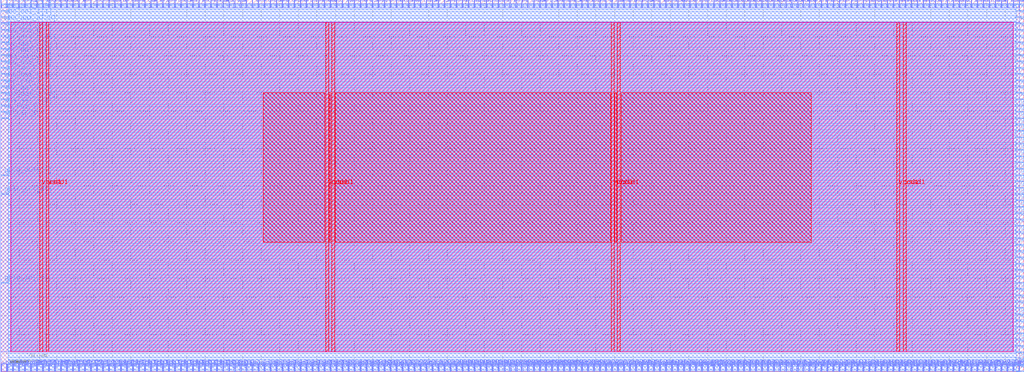
<source format=lef>
VERSION 5.7 ;
  NOWIREEXTENSIONATPIN ON ;
  DIVIDERCHAR "/" ;
  BUSBITCHARS "[]" ;
MACRO team_10_Wrapper
  CLASS BLOCK ;
  FOREIGN team_10_Wrapper ;
  ORIGIN 0.000 0.000 ;
  SIZE 550.000 BY 200.000 ;
  PIN ACK_I
    DIRECTION INPUT ;
    USE SIGNAL ;
    PORT
      LAYER met2 ;
        RECT 16.190 0.000 16.470 4.000 ;
    END
  END ACK_I
  PIN ADR_O[0]
    DIRECTION OUTPUT ;
    USE SIGNAL ;
    ANTENNADIFFAREA 0.445500 ;
    PORT
      LAYER met2 ;
        RECT 438.010 196.000 438.290 200.000 ;
    END
  END ADR_O[0]
  PIN ADR_O[10]
    DIRECTION OUTPUT ;
    USE SIGNAL ;
    ANTENNADIFFAREA 0.445500 ;
    PORT
      LAYER met2 ;
        RECT 83.810 196.000 84.090 200.000 ;
    END
  END ADR_O[10]
  PIN ADR_O[11]
    DIRECTION OUTPUT ;
    USE SIGNAL ;
    ANTENNADIFFAREA 0.445500 ;
    PORT
      LAYER met2 ;
        RECT 360.730 196.000 361.010 200.000 ;
    END
  END ADR_O[11]
  PIN ADR_O[12]
    DIRECTION OUTPUT ;
    USE SIGNAL ;
    ANTENNADIFFAREA 0.445500 ;
    PORT
      LAYER met2 ;
        RECT 222.270 196.000 222.550 200.000 ;
    END
  END ADR_O[12]
  PIN ADR_O[13]
    DIRECTION OUTPUT ;
    USE SIGNAL ;
    ANTENNADIFFAREA 0.445500 ;
    PORT
      LAYER met2 ;
        RECT 151.430 196.000 151.710 200.000 ;
    END
  END ADR_O[13]
  PIN ADR_O[14]
    DIRECTION OUTPUT ;
    USE SIGNAL ;
    ANTENNADIFFAREA 0.445500 ;
    PORT
      LAYER met2 ;
        RECT 96.690 196.000 96.970 200.000 ;
    END
  END ADR_O[14]
  PIN ADR_O[15]
    DIRECTION OUTPUT ;
    USE SIGNAL ;
    ANTENNADIFFAREA 0.445500 ;
    PORT
      LAYER met2 ;
        RECT 334.970 196.000 335.250 200.000 ;
    END
  END ADR_O[15]
  PIN ADR_O[16]
    DIRECTION OUTPUT ;
    USE SIGNAL ;
    ANTENNADIFFAREA 0.445500 ;
    PORT
      LAYER met2 ;
        RECT 489.530 196.000 489.810 200.000 ;
    END
  END ADR_O[16]
  PIN ADR_O[17]
    DIRECTION OUTPUT ;
    USE SIGNAL ;
    ANTENNADIFFAREA 0.445500 ;
    PORT
      LAYER met2 ;
        RECT 170.750 196.000 171.030 200.000 ;
    END
  END ADR_O[17]
  PIN ADR_O[18]
    DIRECTION OUTPUT ;
    USE SIGNAL ;
    ANTENNADIFFAREA 0.445500 ;
    PORT
      LAYER met2 ;
        RECT 505.630 196.000 505.910 200.000 ;
    END
  END ADR_O[18]
  PIN ADR_O[19]
    DIRECTION OUTPUT ;
    USE SIGNAL ;
    ANTENNADIFFAREA 0.445500 ;
    PORT
      LAYER met2 ;
        RECT 103.130 196.000 103.410 200.000 ;
    END
  END ADR_O[19]
  PIN ADR_O[1]
    DIRECTION OUTPUT ;
    USE SIGNAL ;
    ANTENNADIFFAREA 0.445500 ;
    PORT
      LAYER met2 ;
        RECT 141.770 196.000 142.050 200.000 ;
    END
  END ADR_O[1]
  PIN ADR_O[20]
    DIRECTION OUTPUT ;
    USE SIGNAL ;
    ANTENNADIFFAREA 0.445500 ;
    PORT
      LAYER met2 ;
        RECT 280.230 196.000 280.510 200.000 ;
    END
  END ADR_O[20]
  PIN ADR_O[21]
    DIRECTION OUTPUT ;
    USE SIGNAL ;
    ANTENNADIFFAREA 0.445500 ;
    PORT
      LAYER met2 ;
        RECT 25.850 196.000 26.130 200.000 ;
    END
  END ADR_O[21]
  PIN ADR_O[22]
    DIRECTION OUTPUT ;
    USE SIGNAL ;
    ANTENNADIFFAREA 0.445500 ;
    PORT
      LAYER met2 ;
        RECT 32.290 196.000 32.570 200.000 ;
    END
  END ADR_O[22]
  PIN ADR_O[23]
    DIRECTION OUTPUT ;
    USE SIGNAL ;
    ANTENNADIFFAREA 0.445500 ;
    PORT
      LAYER met2 ;
        RECT 441.230 196.000 441.510 200.000 ;
    END
  END ADR_O[23]
  PIN ADR_O[24]
    DIRECTION OUTPUT ;
    USE SIGNAL ;
    ANTENNADIFFAREA 0.445500 ;
    PORT
      LAYER met2 ;
        RECT 283.450 196.000 283.730 200.000 ;
    END
  END ADR_O[24]
  PIN ADR_O[25]
    DIRECTION OUTPUT ;
    USE SIGNAL ;
    ANTENNADIFFAREA 0.445500 ;
    PORT
      LAYER met2 ;
        RECT 518.510 196.000 518.790 200.000 ;
    END
  END ADR_O[25]
  PIN ADR_O[26]
    DIRECTION OUTPUT ;
    USE SIGNAL ;
    ANTENNADIFFAREA 0.445500 ;
    PORT
      LAYER met2 ;
        RECT 528.170 196.000 528.450 200.000 ;
    END
  END ADR_O[26]
  PIN ADR_O[27]
    DIRECTION OUTPUT ;
    USE SIGNAL ;
    ANTENNADIFFAREA 0.445500 ;
    PORT
      LAYER met2 ;
        RECT 257.690 196.000 257.970 200.000 ;
    END
  END ADR_O[27]
  PIN ADR_O[28]
    DIRECTION OUTPUT ;
    USE SIGNAL ;
    ANTENNADIFFAREA 0.445500 ;
    PORT
      LAYER met2 ;
        RECT 64.490 196.000 64.770 200.000 ;
    END
  END ADR_O[28]
  PIN ADR_O[29]
    DIRECTION OUTPUT ;
    USE SIGNAL ;
    ANTENNADIFFAREA 0.445500 ;
    PORT
      LAYER met2 ;
        RECT 338.190 196.000 338.470 200.000 ;
    END
  END ADR_O[29]
  PIN ADR_O[2]
    DIRECTION OUTPUT ;
    USE SIGNAL ;
    ANTENNADIFFAREA 0.445500 ;
    PORT
      LAYER met2 ;
        RECT 312.430 196.000 312.710 200.000 ;
    END
  END ADR_O[2]
  PIN ADR_O[30]
    DIRECTION OUTPUT ;
    USE SIGNAL ;
    ANTENNADIFFAREA 0.445500 ;
    PORT
      LAYER met2 ;
        RECT 48.390 196.000 48.670 200.000 ;
    END
  END ADR_O[30]
  PIN ADR_O[31]
    DIRECTION OUTPUT ;
    USE SIGNAL ;
    ANTENNADIFFAREA 0.445500 ;
    PORT
      LAYER met2 ;
        RECT 212.610 196.000 212.890 200.000 ;
    END
  END ADR_O[31]
  PIN ADR_O[3]
    DIRECTION OUTPUT ;
    USE SIGNAL ;
    ANTENNADIFFAREA 0.445500 ;
    PORT
      LAYER met2 ;
        RECT 144.990 196.000 145.270 200.000 ;
    END
  END ADR_O[3]
  PIN ADR_O[4]
    DIRECTION OUTPUT ;
    USE SIGNAL ;
    ANTENNADIFFAREA 0.445500 ;
    PORT
      LAYER met2 ;
        RECT 354.290 196.000 354.570 200.000 ;
    END
  END ADR_O[4]
  PIN ADR_O[5]
    DIRECTION OUTPUT ;
    USE SIGNAL ;
    ANTENNADIFFAREA 0.445500 ;
    PORT
      LAYER met2 ;
        RECT 325.310 196.000 325.590 200.000 ;
    END
  END ADR_O[5]
  PIN ADR_O[6]
    DIRECTION OUTPUT ;
    USE SIGNAL ;
    ANTENNADIFFAREA 0.445500 ;
    PORT
      LAYER met2 ;
        RECT 12.970 196.000 13.250 200.000 ;
    END
  END ADR_O[6]
  PIN ADR_O[7]
    DIRECTION OUTPUT ;
    USE SIGNAL ;
    ANTENNADIFFAREA 0.445500 ;
    PORT
      LAYER met2 ;
        RECT 479.870 196.000 480.150 200.000 ;
    END
  END ADR_O[7]
  PIN ADR_O[8]
    DIRECTION OUTPUT ;
    USE SIGNAL ;
    ANTENNADIFFAREA 0.445500 ;
    PORT
      LAYER met2 ;
        RECT 351.070 196.000 351.350 200.000 ;
    END
  END ADR_O[8]
  PIN ADR_O[9]
    DIRECTION OUTPUT ;
    USE SIGNAL ;
    ANTENNADIFFAREA 0.445500 ;
    PORT
      LAYER met2 ;
        RECT 328.530 196.000 328.810 200.000 ;
    END
  END ADR_O[9]
  PIN CYC_O
    DIRECTION OUTPUT ;
    USE SIGNAL ;
    ANTENNADIFFAREA 0.445500 ;
    PORT
      LAYER met2 ;
        RECT 38.730 196.000 39.010 200.000 ;
    END
  END CYC_O
  PIN DAT_I[0]
    DIRECTION INPUT ;
    USE SIGNAL ;
    PORT
      LAYER met2 ;
        RECT 35.510 0.000 35.790 4.000 ;
    END
  END DAT_I[0]
  PIN DAT_I[10]
    DIRECTION INPUT ;
    USE SIGNAL ;
    PORT
      LAYER met2 ;
        RECT 22.630 0.000 22.910 4.000 ;
    END
  END DAT_I[10]
  PIN DAT_I[11]
    DIRECTION INPUT ;
    USE SIGNAL ;
    PORT
      LAYER met2 ;
        RECT 32.290 0.000 32.570 4.000 ;
    END
  END DAT_I[11]
  PIN DAT_I[12]
    DIRECTION INPUT ;
    USE SIGNAL ;
    PORT
      LAYER met2 ;
        RECT 29.070 0.000 29.350 4.000 ;
    END
  END DAT_I[12]
  PIN DAT_I[13]
    DIRECTION INPUT ;
    USE SIGNAL ;
    PORT
      LAYER met2 ;
        RECT 38.730 0.000 39.010 4.000 ;
    END
  END DAT_I[13]
  PIN DAT_I[14]
    DIRECTION INPUT ;
    USE SIGNAL ;
    PORT
      LAYER met2 ;
        RECT 51.610 0.000 51.890 4.000 ;
    END
  END DAT_I[14]
  PIN DAT_I[15]
    DIRECTION INPUT ;
    USE SIGNAL ;
    PORT
      LAYER met2 ;
        RECT 45.170 0.000 45.450 4.000 ;
    END
  END DAT_I[15]
  PIN DAT_I[16]
    DIRECTION INPUT ;
    USE SIGNAL ;
    PORT
      LAYER met2 ;
        RECT 41.950 0.000 42.230 4.000 ;
    END
  END DAT_I[16]
  PIN DAT_I[17]
    DIRECTION INPUT ;
    USE SIGNAL ;
    PORT
      LAYER met2 ;
        RECT 61.270 0.000 61.550 4.000 ;
    END
  END DAT_I[17]
  PIN DAT_I[18]
    DIRECTION INPUT ;
    USE SIGNAL ;
    PORT
      LAYER met2 ;
        RECT 48.390 0.000 48.670 4.000 ;
    END
  END DAT_I[18]
  PIN DAT_I[19]
    DIRECTION INPUT ;
    USE SIGNAL ;
    PORT
      LAYER met2 ;
        RECT 58.050 0.000 58.330 4.000 ;
    END
  END DAT_I[19]
  PIN DAT_I[1]
    DIRECTION INPUT ;
    USE SIGNAL ;
    PORT
      LAYER met2 ;
        RECT 54.830 0.000 55.110 4.000 ;
    END
  END DAT_I[1]
  PIN DAT_I[20]
    DIRECTION INPUT ;
    USE SIGNAL ;
    PORT
      LAYER met2 ;
        RECT 64.490 0.000 64.770 4.000 ;
    END
  END DAT_I[20]
  PIN DAT_I[21]
    DIRECTION INPUT ;
    USE SIGNAL ;
    PORT
      LAYER met2 ;
        RECT 77.370 0.000 77.650 4.000 ;
    END
  END DAT_I[21]
  PIN DAT_I[22]
    DIRECTION INPUT ;
    USE SIGNAL ;
    PORT
      LAYER met2 ;
        RECT 70.930 0.000 71.210 4.000 ;
    END
  END DAT_I[22]
  PIN DAT_I[23]
    DIRECTION INPUT ;
    USE SIGNAL ;
    PORT
      LAYER met2 ;
        RECT 67.710 0.000 67.990 4.000 ;
    END
  END DAT_I[23]
  PIN DAT_I[24]
    DIRECTION INPUT ;
    USE SIGNAL ;
    PORT
      LAYER met2 ;
        RECT 87.030 0.000 87.310 4.000 ;
    END
  END DAT_I[24]
  PIN DAT_I[25]
    DIRECTION INPUT ;
    USE SIGNAL ;
    PORT
      LAYER met2 ;
        RECT 74.150 0.000 74.430 4.000 ;
    END
  END DAT_I[25]
  PIN DAT_I[26]
    DIRECTION INPUT ;
    USE SIGNAL ;
    PORT
      LAYER met2 ;
        RECT 83.810 0.000 84.090 4.000 ;
    END
  END DAT_I[26]
  PIN DAT_I[27]
    DIRECTION INPUT ;
    USE SIGNAL ;
    PORT
      LAYER met2 ;
        RECT 80.590 0.000 80.870 4.000 ;
    END
  END DAT_I[27]
  PIN DAT_I[28]
    DIRECTION INPUT ;
    USE SIGNAL ;
    PORT
      LAYER met2 ;
        RECT 90.250 0.000 90.530 4.000 ;
    END
  END DAT_I[28]
  PIN DAT_I[29]
    DIRECTION INPUT ;
    USE SIGNAL ;
    PORT
      LAYER met2 ;
        RECT 103.130 0.000 103.410 4.000 ;
    END
  END DAT_I[29]
  PIN DAT_I[2]
    DIRECTION INPUT ;
    USE SIGNAL ;
    PORT
      LAYER met2 ;
        RECT 96.690 0.000 96.970 4.000 ;
    END
  END DAT_I[2]
  PIN DAT_I[30]
    DIRECTION INPUT ;
    USE SIGNAL ;
    PORT
      LAYER met2 ;
        RECT 93.470 0.000 93.750 4.000 ;
    END
  END DAT_I[30]
  PIN DAT_I[31]
    DIRECTION INPUT ;
    USE SIGNAL ;
    PORT
      LAYER met2 ;
        RECT 112.790 0.000 113.070 4.000 ;
    END
  END DAT_I[31]
  PIN DAT_I[3]
    DIRECTION INPUT ;
    USE SIGNAL ;
    PORT
      LAYER met2 ;
        RECT 99.910 0.000 100.190 4.000 ;
    END
  END DAT_I[3]
  PIN DAT_I[4]
    DIRECTION INPUT ;
    USE SIGNAL ;
    PORT
      LAYER met2 ;
        RECT 109.570 0.000 109.850 4.000 ;
    END
  END DAT_I[4]
  PIN DAT_I[5]
    DIRECTION INPUT ;
    USE SIGNAL ;
    PORT
      LAYER met2 ;
        RECT 106.350 0.000 106.630 4.000 ;
    END
  END DAT_I[5]
  PIN DAT_I[6]
    DIRECTION INPUT ;
    USE SIGNAL ;
    PORT
      LAYER met2 ;
        RECT 116.010 0.000 116.290 4.000 ;
    END
  END DAT_I[6]
  PIN DAT_I[7]
    DIRECTION INPUT ;
    USE SIGNAL ;
    PORT
      LAYER met2 ;
        RECT 547.490 0.000 547.770 4.000 ;
    END
  END DAT_I[7]
  PIN DAT_I[8]
    DIRECTION INPUT ;
    USE SIGNAL ;
    PORT
      LAYER met2 ;
        RECT 122.450 0.000 122.730 4.000 ;
    END
  END DAT_I[8]
  PIN DAT_I[9]
    DIRECTION INPUT ;
    USE SIGNAL ;
    PORT
      LAYER met2 ;
        RECT 119.230 0.000 119.510 4.000 ;
    END
  END DAT_I[9]
  PIN DAT_O[0]
    DIRECTION OUTPUT ;
    USE SIGNAL ;
    ANTENNADIFFAREA 0.445500 ;
    PORT
      LAYER met2 ;
        RECT 376.830 196.000 377.110 200.000 ;
    END
  END DAT_O[0]
  PIN DAT_O[10]
    DIRECTION OUTPUT ;
    USE SIGNAL ;
    ANTENNADIFFAREA 0.445500 ;
    PORT
      LAYER met2 ;
        RECT 106.350 196.000 106.630 200.000 ;
    END
  END DAT_O[10]
  PIN DAT_O[11]
    DIRECTION OUTPUT ;
    USE SIGNAL ;
    ANTENNADIFFAREA 0.445500 ;
    PORT
      LAYER met2 ;
        RECT 109.570 196.000 109.850 200.000 ;
    END
  END DAT_O[11]
  PIN DAT_O[12]
    DIRECTION OUTPUT ;
    USE SIGNAL ;
    ANTENNADIFFAREA 0.445500 ;
    PORT
      LAYER met2 ;
        RECT 67.710 196.000 67.990 200.000 ;
    END
  END DAT_O[12]
  PIN DAT_O[13]
    DIRECTION OUTPUT ;
    USE SIGNAL ;
    ANTENNADIFFAREA 0.445500 ;
    PORT
      LAYER met2 ;
        RECT 521.730 196.000 522.010 200.000 ;
    END
  END DAT_O[13]
  PIN DAT_O[14]
    DIRECTION OUTPUT ;
    USE SIGNAL ;
    ANTENNADIFFAREA 0.445500 ;
    PORT
      LAYER met2 ;
        RECT 293.110 196.000 293.390 200.000 ;
    END
  END DAT_O[14]
  PIN DAT_O[15]
    DIRECTION OUTPUT ;
    USE SIGNAL ;
    ANTENNADIFFAREA 0.445500 ;
    PORT
      LAYER met2 ;
        RECT 186.850 196.000 187.130 200.000 ;
    END
  END DAT_O[15]
  PIN DAT_O[16]
    DIRECTION OUTPUT ;
    USE SIGNAL ;
    ANTENNADIFFAREA 0.445500 ;
    PORT
      LAYER met2 ;
        RECT 273.790 196.000 274.070 200.000 ;
    END
  END DAT_O[16]
  PIN DAT_O[17]
    DIRECTION OUTPUT ;
    USE SIGNAL ;
    ANTENNADIFFAREA 0.445500 ;
    PORT
      LAYER met2 ;
        RECT 112.790 196.000 113.070 200.000 ;
    END
  END DAT_O[17]
  PIN DAT_O[18]
    DIRECTION OUTPUT ;
    USE SIGNAL ;
    ANTENNADIFFAREA 0.445500 ;
    PORT
      LAYER met2 ;
        RECT 6.530 196.000 6.810 200.000 ;
    END
  END DAT_O[18]
  PIN DAT_O[19]
    DIRECTION OUTPUT ;
    USE SIGNAL ;
    ANTENNADIFFAREA 0.445500 ;
    PORT
      LAYER met2 ;
        RECT 531.390 196.000 531.670 200.000 ;
    END
  END DAT_O[19]
  PIN DAT_O[1]
    DIRECTION OUTPUT ;
    USE SIGNAL ;
    ANTENNADIFFAREA 0.445500 ;
    PORT
      LAYER met2 ;
        RECT 380.050 196.000 380.330 200.000 ;
    END
  END DAT_O[1]
  PIN DAT_O[20]
    DIRECTION OUTPUT ;
    USE SIGNAL ;
    ANTENNADIFFAREA 0.445500 ;
    PORT
      LAYER met2 ;
        RECT 90.250 196.000 90.530 200.000 ;
    END
  END DAT_O[20]
  PIN DAT_O[21]
    DIRECTION OUTPUT ;
    USE SIGNAL ;
    ANTENNADIFFAREA 0.445500 ;
    PORT
      LAYER met2 ;
        RECT 270.570 196.000 270.850 200.000 ;
    END
  END DAT_O[21]
  PIN DAT_O[22]
    DIRECTION OUTPUT ;
    USE SIGNAL ;
    ANTENNADIFFAREA 0.445500 ;
    PORT
      LAYER met2 ;
        RECT 183.630 196.000 183.910 200.000 ;
    END
  END DAT_O[22]
  PIN DAT_O[23]
    DIRECTION OUTPUT ;
    USE SIGNAL ;
    ANTENNADIFFAREA 0.445500 ;
    PORT
      LAYER met2 ;
        RECT 132.110 196.000 132.390 200.000 ;
    END
  END DAT_O[23]
  PIN DAT_O[24]
    DIRECTION OUTPUT ;
    USE SIGNAL ;
    ANTENNADIFFAREA 0.445500 ;
    PORT
      LAYER met2 ;
        RECT 154.650 196.000 154.930 200.000 ;
    END
  END DAT_O[24]
  PIN DAT_O[25]
    DIRECTION OUTPUT ;
    USE SIGNAL ;
    ANTENNADIFFAREA 0.445500 ;
    PORT
      LAYER met2 ;
        RECT 254.470 196.000 254.750 200.000 ;
    END
  END DAT_O[25]
  PIN DAT_O[26]
    DIRECTION OUTPUT ;
    USE SIGNAL ;
    ANTENNADIFFAREA 0.445500 ;
    PORT
      LAYER met2 ;
        RECT 315.650 196.000 315.930 200.000 ;
    END
  END DAT_O[26]
  PIN DAT_O[27]
    DIRECTION OUTPUT ;
    USE SIGNAL ;
    ANTENNADIFFAREA 0.445500 ;
    PORT
      LAYER met2 ;
        RECT 344.630 196.000 344.910 200.000 ;
    END
  END DAT_O[27]
  PIN DAT_O[28]
    DIRECTION OUTPUT ;
    USE SIGNAL ;
    ANTENNADIFFAREA 0.445500 ;
    PORT
      LAYER met2 ;
        RECT 541.050 196.000 541.330 200.000 ;
    END
  END DAT_O[28]
  PIN DAT_O[29]
    DIRECTION OUTPUT ;
    USE SIGNAL ;
    ANTENNADIFFAREA 0.445500 ;
    PORT
      LAYER met2 ;
        RECT 202.950 196.000 203.230 200.000 ;
    END
  END DAT_O[29]
  PIN DAT_O[2]
    DIRECTION OUTPUT ;
    USE SIGNAL ;
    ANTENNADIFFAREA 0.445500 ;
    PORT
      LAYER met2 ;
        RECT 264.130 196.000 264.410 200.000 ;
    END
  END DAT_O[2]
  PIN DAT_O[30]
    DIRECTION OUTPUT ;
    USE SIGNAL ;
    ANTENNADIFFAREA 0.445500 ;
    PORT
      LAYER met2 ;
        RECT 167.530 196.000 167.810 200.000 ;
    END
  END DAT_O[30]
  PIN DAT_O[31]
    DIRECTION OUTPUT ;
    USE SIGNAL ;
    ANTENNADIFFAREA 0.445500 ;
    PORT
      LAYER met2 ;
        RECT 215.830 196.000 216.110 200.000 ;
    END
  END DAT_O[31]
  PIN DAT_O[3]
    DIRECTION OUTPUT ;
    USE SIGNAL ;
    ANTENNADIFFAREA 0.445500 ;
    PORT
      LAYER met2 ;
        RECT 9.750 196.000 10.030 200.000 ;
    END
  END DAT_O[3]
  PIN DAT_O[4]
    DIRECTION OUTPUT ;
    USE SIGNAL ;
    ANTENNADIFFAREA 0.445500 ;
    PORT
      LAYER met2 ;
        RECT 251.250 196.000 251.530 200.000 ;
    END
  END DAT_O[4]
  PIN DAT_O[5]
    DIRECTION OUTPUT ;
    USE SIGNAL ;
    ANTENNADIFFAREA 0.445500 ;
    PORT
      LAYER met2 ;
        RECT 74.150 196.000 74.430 200.000 ;
    END
  END DAT_O[5]
  PIN DAT_O[6]
    DIRECTION OUTPUT ;
    USE SIGNAL ;
    ANTENNADIFFAREA 0.445500 ;
    PORT
      LAYER met2 ;
        RECT 19.410 196.000 19.690 200.000 ;
    END
  END DAT_O[6]
  PIN DAT_O[7]
    DIRECTION OUTPUT ;
    USE SIGNAL ;
    ANTENNADIFFAREA 0.445500 ;
    PORT
      LAYER met2 ;
        RECT 0.090 196.000 0.370 200.000 ;
    END
  END DAT_O[7]
  PIN DAT_O[8]
    DIRECTION OUTPUT ;
    USE SIGNAL ;
    ANTENNADIFFAREA 0.445500 ;
    PORT
      LAYER met2 ;
        RECT 180.410 196.000 180.690 200.000 ;
    END
  END DAT_O[8]
  PIN DAT_O[9]
    DIRECTION OUTPUT ;
    USE SIGNAL ;
    ANTENNADIFFAREA 0.445500 ;
    PORT
      LAYER met2 ;
        RECT 305.990 196.000 306.270 200.000 ;
    END
  END DAT_O[9]
  PIN SEL_O[0]
    DIRECTION OUTPUT ;
    USE SIGNAL ;
    ANTENNADIFFAREA 0.445500 ;
    PORT
      LAYER met2 ;
        RECT 248.030 196.000 248.310 200.000 ;
    END
  END SEL_O[0]
  PIN SEL_O[1]
    DIRECTION OUTPUT ;
    USE SIGNAL ;
    ANTENNADIFFAREA 0.445500 ;
    PORT
      LAYER met2 ;
        RECT 164.310 196.000 164.590 200.000 ;
    END
  END SEL_O[1]
  PIN SEL_O[2]
    DIRECTION OUTPUT ;
    USE SIGNAL ;
    ANTENNADIFFAREA 0.445500 ;
    PORT
      LAYER met2 ;
        RECT 22.630 196.000 22.910 200.000 ;
    END
  END SEL_O[2]
  PIN SEL_O[3]
    DIRECTION OUTPUT ;
    USE SIGNAL ;
    ANTENNADIFFAREA 0.445500 ;
    PORT
      LAYER met2 ;
        RECT 138.550 196.000 138.830 200.000 ;
    END
  END SEL_O[3]
  PIN STB_O
    DIRECTION OUTPUT ;
    USE SIGNAL ;
    ANTENNADIFFAREA 0.445500 ;
    PORT
      LAYER met2 ;
        RECT 341.410 196.000 341.690 200.000 ;
    END
  END STB_O
  PIN WE_O
    DIRECTION OUTPUT ;
    USE SIGNAL ;
    ANTENNADIFFAREA 0.445500 ;
    PORT
      LAYER met2 ;
        RECT 524.950 196.000 525.230 200.000 ;
    END
  END WE_O
  PIN gpio_in[0]
    DIRECTION INPUT ;
    USE SIGNAL ;
    PORT
      LAYER met2 ;
        RECT 128.890 0.000 129.170 4.000 ;
    END
  END gpio_in[0]
  PIN gpio_in[10]
    DIRECTION INPUT ;
    USE SIGNAL ;
    PORT
      LAYER met2 ;
        RECT 125.670 0.000 125.950 4.000 ;
    END
  END gpio_in[10]
  PIN gpio_in[11]
    DIRECTION INPUT ;
    USE SIGNAL ;
    PORT
      LAYER met2 ;
        RECT 135.330 0.000 135.610 4.000 ;
    END
  END gpio_in[11]
  PIN gpio_in[12]
    DIRECTION INPUT ;
    USE SIGNAL ;
    PORT
      LAYER met2 ;
        RECT 132.110 0.000 132.390 4.000 ;
    END
  END gpio_in[12]
  PIN gpio_in[13]
    DIRECTION INPUT ;
    USE SIGNAL ;
    PORT
      LAYER met2 ;
        RECT 531.390 0.000 531.670 4.000 ;
    END
  END gpio_in[13]
  PIN gpio_in[14]
    DIRECTION INPUT ;
    USE SIGNAL ;
    PORT
      LAYER met2 ;
        RECT 141.770 0.000 142.050 4.000 ;
    END
  END gpio_in[14]
  PIN gpio_in[15]
    DIRECTION INPUT ;
    USE SIGNAL ;
    PORT
      LAYER met2 ;
        RECT 138.550 0.000 138.830 4.000 ;
    END
  END gpio_in[15]
  PIN gpio_in[16]
    DIRECTION INPUT ;
    USE SIGNAL ;
    PORT
      LAYER met2 ;
        RECT 148.210 0.000 148.490 4.000 ;
    END
  END gpio_in[16]
  PIN gpio_in[17]
    DIRECTION INPUT ;
    USE SIGNAL ;
    PORT
      LAYER met2 ;
        RECT 144.990 0.000 145.270 4.000 ;
    END
  END gpio_in[17]
  PIN gpio_in[18]
    DIRECTION INPUT ;
    USE SIGNAL ;
    PORT
      LAYER met2 ;
        RECT 154.650 0.000 154.930 4.000 ;
    END
  END gpio_in[18]
  PIN gpio_in[19]
    DIRECTION INPUT ;
    USE SIGNAL ;
    PORT
      LAYER met2 ;
        RECT 151.430 0.000 151.710 4.000 ;
    END
  END gpio_in[19]
  PIN gpio_in[1]
    DIRECTION INPUT ;
    USE SIGNAL ;
    PORT
      LAYER met2 ;
        RECT 537.830 0.000 538.110 4.000 ;
    END
  END gpio_in[1]
  PIN gpio_in[20]
    DIRECTION INPUT ;
    USE SIGNAL ;
    PORT
      LAYER met2 ;
        RECT 541.050 0.000 541.330 4.000 ;
    END
  END gpio_in[20]
  PIN gpio_in[21]
    DIRECTION INPUT ;
    USE SIGNAL ;
    PORT
      LAYER met2 ;
        RECT 518.510 0.000 518.790 4.000 ;
    END
  END gpio_in[21]
  PIN gpio_in[22]
    DIRECTION INPUT ;
    USE SIGNAL ;
    PORT
      LAYER met2 ;
        RECT 157.870 0.000 158.150 4.000 ;
    END
  END gpio_in[22]
  PIN gpio_in[23]
    DIRECTION INPUT ;
    USE SIGNAL ;
    PORT
      LAYER met2 ;
        RECT 161.090 0.000 161.370 4.000 ;
    END
  END gpio_in[23]
  PIN gpio_in[24]
    DIRECTION INPUT ;
    USE SIGNAL ;
    ANTENNAGATEAREA 0.159000 ;
    ANTENNADIFFAREA 0.434700 ;
    PORT
      LAYER met3 ;
        RECT 0.000 47.640 4.000 48.240 ;
    END
  END gpio_in[24]
  PIN gpio_in[25]
    DIRECTION INPUT ;
    USE SIGNAL ;
    ANTENNAGATEAREA 0.159000 ;
    ANTENNADIFFAREA 0.434700 ;
    PORT
      LAYER met2 ;
        RECT 354.290 0.000 354.570 4.000 ;
    END
  END gpio_in[25]
  PIN gpio_in[26]
    DIRECTION INPUT ;
    USE SIGNAL ;
    ANTENNAGATEAREA 0.213000 ;
    ANTENNADIFFAREA 0.434700 ;
    PORT
      LAYER met2 ;
        RECT 373.610 0.000 373.890 4.000 ;
    END
  END gpio_in[26]
  PIN gpio_in[27]
    DIRECTION INPUT ;
    USE SIGNAL ;
    ANTENNAGATEAREA 0.159000 ;
    ANTENNADIFFAREA 0.434700 ;
    PORT
      LAYER met2 ;
        RECT 341.410 0.000 341.690 4.000 ;
    END
  END gpio_in[27]
  PIN gpio_in[28]
    DIRECTION INPUT ;
    USE SIGNAL ;
    ANTENNAGATEAREA 0.159000 ;
    ANTENNADIFFAREA 0.434700 ;
    PORT
      LAYER met2 ;
        RECT 380.050 0.000 380.330 4.000 ;
    END
  END gpio_in[28]
  PIN gpio_in[29]
    DIRECTION INPUT ;
    USE SIGNAL ;
    PORT
      LAYER met2 ;
        RECT 164.310 0.000 164.590 4.000 ;
    END
  END gpio_in[29]
  PIN gpio_in[2]
    DIRECTION INPUT ;
    USE SIGNAL ;
    PORT
      LAYER met2 ;
        RECT 167.530 0.000 167.810 4.000 ;
    END
  END gpio_in[2]
  PIN gpio_in[30]
    DIRECTION INPUT ;
    USE SIGNAL ;
    PORT
      LAYER met2 ;
        RECT 170.750 0.000 171.030 4.000 ;
    END
  END gpio_in[30]
  PIN gpio_in[31]
    DIRECTION INPUT ;
    USE SIGNAL ;
    PORT
      LAYER met2 ;
        RECT 173.970 0.000 174.250 4.000 ;
    END
  END gpio_in[31]
  PIN gpio_in[32]
    DIRECTION INPUT ;
    USE SIGNAL ;
    PORT
      LAYER met2 ;
        RECT 177.190 0.000 177.470 4.000 ;
    END
  END gpio_in[32]
  PIN gpio_in[33]
    DIRECTION INPUT ;
    USE SIGNAL ;
    PORT
      LAYER met2 ;
        RECT 180.410 0.000 180.690 4.000 ;
    END
  END gpio_in[33]
  PIN gpio_in[34]
    DIRECTION INPUT ;
    USE SIGNAL ;
    PORT
      LAYER met2 ;
        RECT 183.630 0.000 183.910 4.000 ;
    END
  END gpio_in[34]
  PIN gpio_in[35]
    DIRECTION INPUT ;
    USE SIGNAL ;
    PORT
      LAYER met2 ;
        RECT 186.850 0.000 187.130 4.000 ;
    END
  END gpio_in[35]
  PIN gpio_in[36]
    DIRECTION INPUT ;
    USE SIGNAL ;
    PORT
      LAYER met2 ;
        RECT 190.070 0.000 190.350 4.000 ;
    END
  END gpio_in[36]
  PIN gpio_in[37]
    DIRECTION INPUT ;
    USE SIGNAL ;
    ANTENNAGATEAREA 0.196500 ;
    ANTENNADIFFAREA 0.434700 ;
    PORT
      LAYER met2 ;
        RECT 215.830 0.000 216.110 4.000 ;
    END
  END gpio_in[37]
  PIN gpio_in[3]
    DIRECTION INPUT ;
    USE SIGNAL ;
    PORT
      LAYER met2 ;
        RECT 193.290 0.000 193.570 4.000 ;
    END
  END gpio_in[3]
  PIN gpio_in[4]
    DIRECTION INPUT ;
    USE SIGNAL ;
    PORT
      LAYER met2 ;
        RECT 196.510 0.000 196.790 4.000 ;
    END
  END gpio_in[4]
  PIN gpio_in[5]
    DIRECTION INPUT ;
    USE SIGNAL ;
    PORT
      LAYER met2 ;
        RECT 199.730 0.000 200.010 4.000 ;
    END
  END gpio_in[5]
  PIN gpio_in[6]
    DIRECTION INPUT ;
    USE SIGNAL ;
    PORT
      LAYER met2 ;
        RECT 202.950 0.000 203.230 4.000 ;
    END
  END gpio_in[6]
  PIN gpio_in[7]
    DIRECTION INPUT ;
    USE SIGNAL ;
    PORT
      LAYER met2 ;
        RECT 206.170 0.000 206.450 4.000 ;
    END
  END gpio_in[7]
  PIN gpio_in[8]
    DIRECTION INPUT ;
    USE SIGNAL ;
    PORT
      LAYER met2 ;
        RECT 209.390 0.000 209.670 4.000 ;
    END
  END gpio_in[8]
  PIN gpio_in[9]
    DIRECTION INPUT ;
    USE SIGNAL ;
    PORT
      LAYER met2 ;
        RECT 212.610 0.000 212.890 4.000 ;
    END
  END gpio_in[9]
  PIN gpio_oeb[0]
    DIRECTION OUTPUT ;
    USE SIGNAL ;
    ANTENNADIFFAREA 0.445500 ;
    PORT
      LAYER met2 ;
        RECT 386.490 196.000 386.770 200.000 ;
    END
  END gpio_oeb[0]
  PIN gpio_oeb[10]
    DIRECTION OUTPUT ;
    USE SIGNAL ;
    ANTENNADIFFAREA 0.445500 ;
    PORT
      LAYER met3 ;
        RECT 546.000 74.840 550.000 75.440 ;
    END
  END gpio_oeb[10]
  PIN gpio_oeb[11]
    DIRECTION OUTPUT ;
    USE SIGNAL ;
    ANTENNADIFFAREA 0.445500 ;
    PORT
      LAYER met3 ;
        RECT 546.000 95.240 550.000 95.840 ;
    END
  END gpio_oeb[11]
  PIN gpio_oeb[12]
    DIRECTION OUTPUT ;
    USE SIGNAL ;
    ANTENNADIFFAREA 0.445500 ;
    PORT
      LAYER met3 ;
        RECT 546.000 85.040 550.000 85.640 ;
    END
  END gpio_oeb[12]
  PIN gpio_oeb[13]
    DIRECTION OUTPUT ;
    USE SIGNAL ;
    ANTENNADIFFAREA 0.445500 ;
    PORT
      LAYER met3 ;
        RECT 546.000 88.440 550.000 89.040 ;
    END
  END gpio_oeb[13]
  PIN gpio_oeb[14]
    DIRECTION OUTPUT ;
    USE SIGNAL ;
    ANTENNADIFFAREA 0.445500 ;
    PORT
      LAYER met3 ;
        RECT 546.000 139.440 550.000 140.040 ;
    END
  END gpio_oeb[14]
  PIN gpio_oeb[15]
    DIRECTION OUTPUT ;
    USE SIGNAL ;
    ANTENNADIFFAREA 0.445500 ;
    PORT
      LAYER met3 ;
        RECT 546.000 136.040 550.000 136.640 ;
    END
  END gpio_oeb[15]
  PIN gpio_oeb[16]
    DIRECTION OUTPUT ;
    USE SIGNAL ;
    ANTENNADIFFAREA 0.445500 ;
    PORT
      LAYER met3 ;
        RECT 546.000 17.040 550.000 17.640 ;
    END
  END gpio_oeb[16]
  PIN gpio_oeb[17]
    DIRECTION OUTPUT ;
    USE SIGNAL ;
    ANTENNADIFFAREA 0.445500 ;
    PORT
      LAYER met3 ;
        RECT 546.000 115.640 550.000 116.240 ;
    END
  END gpio_oeb[17]
  PIN gpio_oeb[18]
    DIRECTION OUTPUT ;
    USE SIGNAL ;
    ANTENNADIFFAREA 0.445500 ;
    PORT
      LAYER met2 ;
        RECT 392.930 196.000 393.210 200.000 ;
    END
  END gpio_oeb[18]
  PIN gpio_oeb[19]
    DIRECTION OUTPUT ;
    USE SIGNAL ;
    ANTENNADIFFAREA 0.445500 ;
    PORT
      LAYER met2 ;
        RECT 367.170 196.000 367.450 200.000 ;
    END
  END gpio_oeb[19]
  PIN gpio_oeb[1]
    DIRECTION OUTPUT ;
    USE SIGNAL ;
    ANTENNADIFFAREA 0.445500 ;
    PORT
      LAYER met2 ;
        RECT 428.350 196.000 428.630 200.000 ;
    END
  END gpio_oeb[1]
  PIN gpio_oeb[20]
    DIRECTION OUTPUT ;
    USE SIGNAL ;
    ANTENNADIFFAREA 0.445500 ;
    PORT
      LAYER met3 ;
        RECT 546.000 125.840 550.000 126.440 ;
    END
  END gpio_oeb[20]
  PIN gpio_oeb[21]
    DIRECTION OUTPUT ;
    USE SIGNAL ;
    ANTENNADIFFAREA 0.445500 ;
    PORT
      LAYER met3 ;
        RECT 546.000 119.040 550.000 119.640 ;
    END
  END gpio_oeb[21]
  PIN gpio_oeb[22]
    DIRECTION OUTPUT ;
    USE SIGNAL ;
    ANTENNADIFFAREA 0.445500 ;
    PORT
      LAYER met3 ;
        RECT 546.000 132.640 550.000 133.240 ;
    END
  END gpio_oeb[22]
  PIN gpio_oeb[23]
    DIRECTION OUTPUT ;
    USE SIGNAL ;
    ANTENNADIFFAREA 0.445500 ;
    PORT
      LAYER met3 ;
        RECT 546.000 112.240 550.000 112.840 ;
    END
  END gpio_oeb[23]
  PIN gpio_oeb[24]
    DIRECTION OUTPUT ;
    USE SIGNAL ;
    ANTENNADIFFAREA 0.445500 ;
    PORT
      LAYER met2 ;
        RECT 421.910 196.000 422.190 200.000 ;
    END
  END gpio_oeb[24]
  PIN gpio_oeb[25]
    DIRECTION OUTPUT ;
    USE SIGNAL ;
    ANTENNADIFFAREA 0.445500 ;
    PORT
      LAYER met2 ;
        RECT 402.590 196.000 402.870 200.000 ;
    END
  END gpio_oeb[25]
  PIN gpio_oeb[26]
    DIRECTION OUTPUT ;
    USE SIGNAL ;
    ANTENNADIFFAREA 0.445500 ;
    PORT
      LAYER met2 ;
        RECT 418.690 196.000 418.970 200.000 ;
    END
  END gpio_oeb[26]
  PIN gpio_oeb[27]
    DIRECTION OUTPUT ;
    USE SIGNAL ;
    ANTENNADIFFAREA 0.445500 ;
    PORT
      LAYER met2 ;
        RECT 405.810 196.000 406.090 200.000 ;
    END
  END gpio_oeb[27]
  PIN gpio_oeb[28]
    DIRECTION OUTPUT ;
    USE SIGNAL ;
    ANTENNADIFFAREA 0.445500 ;
    PORT
      LAYER met2 ;
        RECT 409.030 196.000 409.310 200.000 ;
    END
  END gpio_oeb[28]
  PIN gpio_oeb[29]
    DIRECTION OUTPUT ;
    USE SIGNAL ;
    ANTENNADIFFAREA 0.445500 ;
    PORT
      LAYER met3 ;
        RECT 546.000 122.440 550.000 123.040 ;
    END
  END gpio_oeb[29]
  PIN gpio_oeb[2]
    DIRECTION OUTPUT ;
    USE SIGNAL ;
    ANTENNADIFFAREA 0.445500 ;
    PORT
      LAYER met2 ;
        RECT 396.150 196.000 396.430 200.000 ;
    END
  END gpio_oeb[2]
  PIN gpio_oeb[30]
    DIRECTION OUTPUT ;
    USE SIGNAL ;
    ANTENNADIFFAREA 0.445500 ;
    PORT
      LAYER met3 ;
        RECT 546.000 102.040 550.000 102.640 ;
    END
  END gpio_oeb[30]
  PIN gpio_oeb[31]
    DIRECTION OUTPUT ;
    USE SIGNAL ;
    ANTENNADIFFAREA 0.445500 ;
    PORT
      LAYER met3 ;
        RECT 546.000 98.640 550.000 99.240 ;
    END
  END gpio_oeb[31]
  PIN gpio_oeb[32]
    DIRECTION OUTPUT ;
    USE SIGNAL ;
    ANTENNADIFFAREA 0.445500 ;
    PORT
      LAYER met3 ;
        RECT 546.000 129.240 550.000 129.840 ;
    END
  END gpio_oeb[32]
  PIN gpio_oeb[33]
    DIRECTION OUTPUT ;
    USE SIGNAL ;
    ANTENNADIFFAREA 0.445500 ;
    PORT
      LAYER met3 ;
        RECT 546.000 108.840 550.000 109.440 ;
    END
  END gpio_oeb[33]
  PIN gpio_oeb[34]
    DIRECTION OUTPUT ;
    USE SIGNAL ;
    ANTENNADIFFAREA 0.445500 ;
    PORT
      LAYER met3 ;
        RECT 546.000 105.440 550.000 106.040 ;
    END
  END gpio_oeb[34]
  PIN gpio_oeb[35]
    DIRECTION OUTPUT ;
    USE SIGNAL ;
    ANTENNADIFFAREA 0.445500 ;
    PORT
      LAYER met3 ;
        RECT 546.000 91.840 550.000 92.440 ;
    END
  END gpio_oeb[35]
  PIN gpio_oeb[36]
    DIRECTION OUTPUT ;
    USE SIGNAL ;
    ANTENNADIFFAREA 0.445500 ;
    PORT
      LAYER met3 ;
        RECT 546.000 6.840 550.000 7.440 ;
    END
  END gpio_oeb[36]
  PIN gpio_oeb[37]
    DIRECTION OUTPUT ;
    USE SIGNAL ;
    ANTENNADIFFAREA 0.445500 ;
    PORT
      LAYER met2 ;
        RECT 399.370 196.000 399.650 200.000 ;
    END
  END gpio_oeb[37]
  PIN gpio_oeb[3]
    DIRECTION OUTPUT ;
    USE SIGNAL ;
    ANTENNADIFFAREA 0.445500 ;
    PORT
      LAYER met2 ;
        RECT 431.570 196.000 431.850 200.000 ;
    END
  END gpio_oeb[3]
  PIN gpio_oeb[4]
    DIRECTION OUTPUT ;
    USE SIGNAL ;
    ANTENNADIFFAREA 0.445500 ;
    PORT
      LAYER met2 ;
        RECT 412.250 196.000 412.530 200.000 ;
    END
  END gpio_oeb[4]
  PIN gpio_oeb[5]
    DIRECTION OUTPUT ;
    USE SIGNAL ;
    ANTENNADIFFAREA 0.445500 ;
    PORT
      LAYER met2 ;
        RECT 383.270 196.000 383.550 200.000 ;
    END
  END gpio_oeb[5]
  PIN gpio_oeb[6]
    DIRECTION OUTPUT ;
    USE SIGNAL ;
    ANTENNADIFFAREA 0.445500 ;
    PORT
      LAYER met2 ;
        RECT 415.470 196.000 415.750 200.000 ;
    END
  END gpio_oeb[6]
  PIN gpio_oeb[7]
    DIRECTION OUTPUT ;
    USE SIGNAL ;
    ANTENNADIFFAREA 0.445500 ;
    PORT
      LAYER met2 ;
        RECT 389.710 196.000 389.990 200.000 ;
    END
  END gpio_oeb[7]
  PIN gpio_oeb[8]
    DIRECTION OUTPUT ;
    USE SIGNAL ;
    ANTENNADIFFAREA 0.445500 ;
    PORT
      LAYER met2 ;
        RECT 425.130 196.000 425.410 200.000 ;
    END
  END gpio_oeb[8]
  PIN gpio_oeb[9]
    DIRECTION OUTPUT ;
    USE SIGNAL ;
    ANTENNADIFFAREA 0.445500 ;
    PORT
      LAYER met2 ;
        RECT 434.790 196.000 435.070 200.000 ;
    END
  END gpio_oeb[9]
  PIN gpio_out[0]
    DIRECTION OUTPUT ;
    USE SIGNAL ;
    ANTENNADIFFAREA 0.445500 ;
    PORT
      LAYER met2 ;
        RECT 119.230 196.000 119.510 200.000 ;
    END
  END gpio_out[0]
  PIN gpio_out[10]
    DIRECTION OUTPUT ;
    USE SIGNAL ;
    ANTENNADIFFAREA 0.795200 ;
    PORT
      LAYER met2 ;
        RECT 537.830 196.000 538.110 200.000 ;
    END
  END gpio_out[10]
  PIN gpio_out[11]
    DIRECTION OUTPUT ;
    USE SIGNAL ;
    ANTENNADIFFAREA 0.795200 ;
    PORT
      LAYER met2 ;
        RECT 296.330 196.000 296.610 200.000 ;
    END
  END gpio_out[11]
  PIN gpio_out[12]
    DIRECTION OUTPUT ;
    USE SIGNAL ;
    ANTENNADIFFAREA 0.795200 ;
    PORT
      LAYER met2 ;
        RECT 502.410 196.000 502.690 200.000 ;
    END
  END gpio_out[12]
  PIN gpio_out[13]
    DIRECTION OUTPUT ;
    USE SIGNAL ;
    ANTENNADIFFAREA 0.795200 ;
    PORT
      LAYER met2 ;
        RECT 515.290 196.000 515.570 200.000 ;
    END
  END gpio_out[13]
  PIN gpio_out[14]
    DIRECTION OUTPUT ;
    USE SIGNAL ;
    ANTENNADIFFAREA 0.795200 ;
    PORT
      LAYER met2 ;
        RECT 544.270 196.000 544.550 200.000 ;
    END
  END gpio_out[14]
  PIN gpio_out[15]
    DIRECTION OUTPUT ;
    USE SIGNAL ;
    ANTENNADIFFAREA 0.795200 ;
    PORT
      LAYER met2 ;
        RECT 309.210 196.000 309.490 200.000 ;
    END
  END gpio_out[15]
  PIN gpio_out[16]
    DIRECTION OUTPUT ;
    USE SIGNAL ;
    ANTENNADIFFAREA 0.795200 ;
    PORT
      LAYER met2 ;
        RECT 289.890 196.000 290.170 200.000 ;
    END
  END gpio_out[16]
  PIN gpio_out[17]
    DIRECTION OUTPUT ;
    USE SIGNAL ;
    ANTENNADIFFAREA 0.795200 ;
    PORT
      LAYER met2 ;
        RECT 534.610 196.000 534.890 200.000 ;
    END
  END gpio_out[17]
  PIN gpio_out[18]
    DIRECTION OUTPUT ;
    USE SIGNAL ;
    ANTENNADIFFAREA 0.445500 ;
    PORT
      LAYER met2 ;
        RECT 347.850 196.000 348.130 200.000 ;
    END
  END gpio_out[18]
  PIN gpio_out[19]
    DIRECTION OUTPUT ;
    USE SIGNAL ;
    ANTENNADIFFAREA 0.445500 ;
    PORT
      LAYER met2 ;
        RECT 206.170 196.000 206.450 200.000 ;
    END
  END gpio_out[19]
  PIN gpio_out[1]
    DIRECTION OUTPUT ;
    USE SIGNAL ;
    ANTENNADIFFAREA 0.445500 ;
    PORT
      LAYER met2 ;
        RECT 267.350 196.000 267.630 200.000 ;
    END
  END gpio_out[1]
  PIN gpio_out[20]
    DIRECTION OUTPUT ;
    USE SIGNAL ;
    ANTENNADIFFAREA 0.445500 ;
    PORT
      LAYER met3 ;
        RECT 546.000 30.640 550.000 31.240 ;
    END
  END gpio_out[20]
  PIN gpio_out[21]
    DIRECTION OUTPUT ;
    USE SIGNAL ;
    ANTENNADIFFAREA 0.445500 ;
    PORT
      LAYER met3 ;
        RECT 0.000 95.240 4.000 95.840 ;
    END
  END gpio_out[21]
  PIN gpio_out[22]
    DIRECTION OUTPUT ;
    USE SIGNAL ;
    ANTENNADIFFAREA 0.445500 ;
    PORT
      LAYER met3 ;
        RECT 0.000 105.440 4.000 106.040 ;
    END
  END gpio_out[22]
  PIN gpio_out[23]
    DIRECTION OUTPUT ;
    USE SIGNAL ;
    ANTENNADIFFAREA 0.445500 ;
    PORT
      LAYER met2 ;
        RECT 177.190 196.000 177.470 200.000 ;
    END
  END gpio_out[23]
  PIN gpio_out[24]
    DIRECTION OUTPUT ;
    USE SIGNAL ;
    ANTENNADIFFAREA 0.445500 ;
    PORT
      LAYER met2 ;
        RECT 370.390 196.000 370.670 200.000 ;
    END
  END gpio_out[24]
  PIN gpio_out[25]
    DIRECTION OUTPUT ;
    USE SIGNAL ;
    ANTENNADIFFAREA 0.445500 ;
    PORT
      LAYER met2 ;
        RECT 80.590 196.000 80.870 200.000 ;
    END
  END gpio_out[25]
  PIN gpio_out[26]
    DIRECTION OUTPUT ;
    USE SIGNAL ;
    ANTENNADIFFAREA 0.445500 ;
    PORT
      LAYER met2 ;
        RECT 61.270 196.000 61.550 200.000 ;
    END
  END gpio_out[26]
  PIN gpio_out[27]
    DIRECTION OUTPUT ;
    USE SIGNAL ;
    ANTENNADIFFAREA 0.445500 ;
    PORT
      LAYER met2 ;
        RECT 331.750 196.000 332.030 200.000 ;
    END
  END gpio_out[27]
  PIN gpio_out[28]
    DIRECTION OUTPUT ;
    USE SIGNAL ;
    ANTENNADIFFAREA 0.445500 ;
    PORT
      LAYER met2 ;
        RECT 486.310 196.000 486.590 200.000 ;
    END
  END gpio_out[28]
  PIN gpio_out[29]
    DIRECTION OUTPUT ;
    USE SIGNAL ;
    ANTENNADIFFAREA 0.445500 ;
    PORT
      LAYER met3 ;
        RECT 546.000 44.240 550.000 44.840 ;
    END
  END gpio_out[29]
  PIN gpio_out[2]
    DIRECTION OUTPUT ;
    USE SIGNAL ;
    ANTENNADIFFAREA 0.445500 ;
    PORT
      LAYER met2 ;
        RECT 357.510 196.000 357.790 200.000 ;
    END
  END gpio_out[2]
  PIN gpio_out[30]
    DIRECTION OUTPUT ;
    USE SIGNAL ;
    ANTENNADIFFAREA 0.795200 ;
    PORT
      LAYER met2 ;
        RECT 483.090 196.000 483.370 200.000 ;
    END
  END gpio_out[30]
  PIN gpio_out[31]
    DIRECTION OUTPUT ;
    USE SIGNAL ;
    ANTENNADIFFAREA 0.445500 ;
    PORT
      LAYER met2 ;
        RECT 363.950 196.000 364.230 200.000 ;
    END
  END gpio_out[31]
  PIN gpio_out[32]
    DIRECTION OUTPUT ;
    USE SIGNAL ;
    ANTENNADIFFAREA 0.445500 ;
    PORT
      LAYER met3 ;
        RECT 546.000 142.840 550.000 143.440 ;
    END
  END gpio_out[32]
  PIN gpio_out[33]
    DIRECTION OUTPUT ;
    USE SIGNAL ;
    ANTENNADIFFAREA 0.445500 ;
    PORT
      LAYER met2 ;
        RECT 363.950 0.000 364.230 4.000 ;
    END
  END gpio_out[33]
  PIN gpio_out[34]
    DIRECTION OUTPUT ;
    USE SIGNAL ;
    ANTENNADIFFAREA 0.445500 ;
    PORT
      LAYER met2 ;
        RECT 357.510 0.000 357.790 4.000 ;
    END
  END gpio_out[34]
  PIN gpio_out[35]
    DIRECTION OUTPUT ;
    USE SIGNAL ;
    ANTENNADIFFAREA 0.445500 ;
    PORT
      LAYER met2 ;
        RECT 360.730 0.000 361.010 4.000 ;
    END
  END gpio_out[35]
  PIN gpio_out[36]
    DIRECTION OUTPUT ;
    USE SIGNAL ;
    ANTENNADIFFAREA 0.445500 ;
    PORT
      LAYER met2 ;
        RECT 367.170 0.000 367.450 4.000 ;
    END
  END gpio_out[36]
  PIN gpio_out[37]
    DIRECTION OUTPUT ;
    USE SIGNAL ;
    ANTENNADIFFAREA 0.445500 ;
    PORT
      LAYER met2 ;
        RECT 99.910 196.000 100.190 200.000 ;
    END
  END gpio_out[37]
  PIN gpio_out[3]
    DIRECTION OUTPUT ;
    USE SIGNAL ;
    ANTENNADIFFAREA 0.445500 ;
    PORT
      LAYER met2 ;
        RECT 128.890 196.000 129.170 200.000 ;
    END
  END gpio_out[3]
  PIN gpio_out[4]
    DIRECTION OUTPUT ;
    USE SIGNAL ;
    ANTENNADIFFAREA 0.445500 ;
    PORT
      LAYER met2 ;
        RECT 35.510 196.000 35.790 200.000 ;
    END
  END gpio_out[4]
  PIN gpio_out[5]
    DIRECTION OUTPUT ;
    USE SIGNAL ;
    ANTENNADIFFAREA 0.445500 ;
    PORT
      LAYER met2 ;
        RECT 231.930 196.000 232.210 200.000 ;
    END
  END gpio_out[5]
  PIN gpio_out[6]
    DIRECTION OUTPUT ;
    USE SIGNAL ;
    ANTENNADIFFAREA 0.445500 ;
    PORT
      LAYER met2 ;
        RECT 199.730 196.000 200.010 200.000 ;
    END
  END gpio_out[6]
  PIN gpio_out[7]
    DIRECTION OUTPUT ;
    USE SIGNAL ;
    ANTENNADIFFAREA 0.445500 ;
    PORT
      LAYER met2 ;
        RECT 547.490 196.000 547.770 200.000 ;
    END
  END gpio_out[7]
  PIN gpio_out[8]
    DIRECTION OUTPUT ;
    USE SIGNAL ;
    ANTENNADIFFAREA 0.445500 ;
    PORT
      LAYER met2 ;
        RECT 238.370 196.000 238.650 200.000 ;
    END
  END gpio_out[8]
  PIN gpio_out[9]
    DIRECTION OUTPUT ;
    USE SIGNAL ;
    ANTENNADIFFAREA 0.445500 ;
    PORT
      LAYER met2 ;
        RECT 495.970 196.000 496.250 200.000 ;
    END
  END gpio_out[9]
  PIN irq[0]
    DIRECTION OUTPUT ;
    USE SIGNAL ;
    ANTENNADIFFAREA 0.445500 ;
    PORT
      LAYER met2 ;
        RECT 116.010 196.000 116.290 200.000 ;
    END
  END irq[0]
  PIN irq[1]
    DIRECTION OUTPUT ;
    USE SIGNAL ;
    ANTENNADIFFAREA 0.445500 ;
    PORT
      LAYER met2 ;
        RECT 29.070 196.000 29.350 200.000 ;
    END
  END irq[1]
  PIN irq[2]
    DIRECTION OUTPUT ;
    USE SIGNAL ;
    ANTENNADIFFAREA 0.445500 ;
    PORT
      LAYER met2 ;
        RECT 260.910 196.000 261.190 200.000 ;
    END
  END irq[2]
  PIN la_data_in[0]
    DIRECTION INPUT ;
    USE SIGNAL ;
    PORT
      LAYER met2 ;
        RECT 9.750 0.000 10.030 4.000 ;
    END
  END la_data_in[0]
  PIN la_data_in[10]
    DIRECTION INPUT ;
    USE SIGNAL ;
    PORT
      LAYER met2 ;
        RECT 219.050 0.000 219.330 4.000 ;
    END
  END la_data_in[10]
  PIN la_data_in[11]
    DIRECTION INPUT ;
    USE SIGNAL ;
    PORT
      LAYER met2 ;
        RECT 222.270 0.000 222.550 4.000 ;
    END
  END la_data_in[11]
  PIN la_data_in[12]
    DIRECTION INPUT ;
    USE SIGNAL ;
    PORT
      LAYER met2 ;
        RECT 225.490 0.000 225.770 4.000 ;
    END
  END la_data_in[12]
  PIN la_data_in[13]
    DIRECTION INPUT ;
    USE SIGNAL ;
    PORT
      LAYER met2 ;
        RECT 228.710 0.000 228.990 4.000 ;
    END
  END la_data_in[13]
  PIN la_data_in[14]
    DIRECTION INPUT ;
    USE SIGNAL ;
    PORT
      LAYER met2 ;
        RECT 231.930 0.000 232.210 4.000 ;
    END
  END la_data_in[14]
  PIN la_data_in[15]
    DIRECTION INPUT ;
    USE SIGNAL ;
    PORT
      LAYER met2 ;
        RECT 235.150 0.000 235.430 4.000 ;
    END
  END la_data_in[15]
  PIN la_data_in[16]
    DIRECTION INPUT ;
    USE SIGNAL ;
    PORT
      LAYER met2 ;
        RECT 238.370 0.000 238.650 4.000 ;
    END
  END la_data_in[16]
  PIN la_data_in[17]
    DIRECTION INPUT ;
    USE SIGNAL ;
    PORT
      LAYER met2 ;
        RECT 241.590 0.000 241.870 4.000 ;
    END
  END la_data_in[17]
  PIN la_data_in[18]
    DIRECTION INPUT ;
    USE SIGNAL ;
    PORT
      LAYER met2 ;
        RECT 244.810 0.000 245.090 4.000 ;
    END
  END la_data_in[18]
  PIN la_data_in[19]
    DIRECTION INPUT ;
    USE SIGNAL ;
    PORT
      LAYER met2 ;
        RECT 248.030 0.000 248.310 4.000 ;
    END
  END la_data_in[19]
  PIN la_data_in[1]
    DIRECTION INPUT ;
    USE SIGNAL ;
    PORT
      LAYER met2 ;
        RECT 251.250 0.000 251.530 4.000 ;
    END
  END la_data_in[1]
  PIN la_data_in[20]
    DIRECTION INPUT ;
    USE SIGNAL ;
    PORT
      LAYER met2 ;
        RECT 254.470 0.000 254.750 4.000 ;
    END
  END la_data_in[20]
  PIN la_data_in[21]
    DIRECTION INPUT ;
    USE SIGNAL ;
    PORT
      LAYER met2 ;
        RECT 257.690 0.000 257.970 4.000 ;
    END
  END la_data_in[21]
  PIN la_data_in[22]
    DIRECTION INPUT ;
    USE SIGNAL ;
    PORT
      LAYER met2 ;
        RECT 260.910 0.000 261.190 4.000 ;
    END
  END la_data_in[22]
  PIN la_data_in[23]
    DIRECTION INPUT ;
    USE SIGNAL ;
    PORT
      LAYER met2 ;
        RECT 264.130 0.000 264.410 4.000 ;
    END
  END la_data_in[23]
  PIN la_data_in[24]
    DIRECTION INPUT ;
    USE SIGNAL ;
    PORT
      LAYER met2 ;
        RECT 267.350 0.000 267.630 4.000 ;
    END
  END la_data_in[24]
  PIN la_data_in[25]
    DIRECTION INPUT ;
    USE SIGNAL ;
    PORT
      LAYER met2 ;
        RECT 270.570 0.000 270.850 4.000 ;
    END
  END la_data_in[25]
  PIN la_data_in[26]
    DIRECTION INPUT ;
    USE SIGNAL ;
    PORT
      LAYER met2 ;
        RECT 273.790 0.000 274.070 4.000 ;
    END
  END la_data_in[26]
  PIN la_data_in[27]
    DIRECTION INPUT ;
    USE SIGNAL ;
    PORT
      LAYER met2 ;
        RECT 277.010 0.000 277.290 4.000 ;
    END
  END la_data_in[27]
  PIN la_data_in[28]
    DIRECTION INPUT ;
    USE SIGNAL ;
    PORT
      LAYER met2 ;
        RECT 280.230 0.000 280.510 4.000 ;
    END
  END la_data_in[28]
  PIN la_data_in[29]
    DIRECTION INPUT ;
    USE SIGNAL ;
    PORT
      LAYER met2 ;
        RECT 283.450 0.000 283.730 4.000 ;
    END
  END la_data_in[29]
  PIN la_data_in[2]
    DIRECTION INPUT ;
    USE SIGNAL ;
    PORT
      LAYER met2 ;
        RECT 286.670 0.000 286.950 4.000 ;
    END
  END la_data_in[2]
  PIN la_data_in[30]
    DIRECTION INPUT ;
    USE SIGNAL ;
    PORT
      LAYER met2 ;
        RECT 289.890 0.000 290.170 4.000 ;
    END
  END la_data_in[30]
  PIN la_data_in[31]
    DIRECTION INPUT ;
    USE SIGNAL ;
    PORT
      LAYER met2 ;
        RECT 293.110 0.000 293.390 4.000 ;
    END
  END la_data_in[31]
  PIN la_data_in[3]
    DIRECTION INPUT ;
    USE SIGNAL ;
    PORT
      LAYER met2 ;
        RECT 296.330 0.000 296.610 4.000 ;
    END
  END la_data_in[3]
  PIN la_data_in[4]
    DIRECTION INPUT ;
    USE SIGNAL ;
    PORT
      LAYER met2 ;
        RECT 299.550 0.000 299.830 4.000 ;
    END
  END la_data_in[4]
  PIN la_data_in[5]
    DIRECTION INPUT ;
    USE SIGNAL ;
    PORT
      LAYER met2 ;
        RECT 302.770 0.000 303.050 4.000 ;
    END
  END la_data_in[5]
  PIN la_data_in[6]
    DIRECTION INPUT ;
    USE SIGNAL ;
    PORT
      LAYER met2 ;
        RECT 305.990 0.000 306.270 4.000 ;
    END
  END la_data_in[6]
  PIN la_data_in[7]
    DIRECTION INPUT ;
    USE SIGNAL ;
    PORT
      LAYER met2 ;
        RECT 309.210 0.000 309.490 4.000 ;
    END
  END la_data_in[7]
  PIN la_data_in[8]
    DIRECTION INPUT ;
    USE SIGNAL ;
    PORT
      LAYER met2 ;
        RECT 312.430 0.000 312.710 4.000 ;
    END
  END la_data_in[8]
  PIN la_data_in[9]
    DIRECTION INPUT ;
    USE SIGNAL ;
    PORT
      LAYER met2 ;
        RECT 315.650 0.000 315.930 4.000 ;
    END
  END la_data_in[9]
  PIN la_data_out[0]
    DIRECTION OUTPUT ;
    USE SIGNAL ;
    ANTENNADIFFAREA 0.445500 ;
    PORT
      LAYER met2 ;
        RECT 499.190 196.000 499.470 200.000 ;
    END
  END la_data_out[0]
  PIN la_data_out[10]
    DIRECTION OUTPUT ;
    USE SIGNAL ;
    ANTENNADIFFAREA 0.445500 ;
    PORT
      LAYER met2 ;
        RECT 373.610 196.000 373.890 200.000 ;
    END
  END la_data_out[10]
  PIN la_data_out[11]
    DIRECTION OUTPUT ;
    USE SIGNAL ;
    ANTENNADIFFAREA 0.445500 ;
    PORT
      LAYER met2 ;
        RECT 157.870 196.000 158.150 200.000 ;
    END
  END la_data_out[11]
  PIN la_data_out[12]
    DIRECTION OUTPUT ;
    USE SIGNAL ;
    ANTENNADIFFAREA 0.445500 ;
    PORT
      LAYER met2 ;
        RECT 173.970 196.000 174.250 200.000 ;
    END
  END la_data_out[12]
  PIN la_data_out[13]
    DIRECTION OUTPUT ;
    USE SIGNAL ;
    ANTENNADIFFAREA 0.445500 ;
    PORT
      LAYER met2 ;
        RECT 54.830 196.000 55.110 200.000 ;
    END
  END la_data_out[13]
  PIN la_data_out[14]
    DIRECTION OUTPUT ;
    USE SIGNAL ;
    ANTENNADIFFAREA 0.445500 ;
    PORT
      LAYER met2 ;
        RECT 51.610 196.000 51.890 200.000 ;
    END
  END la_data_out[14]
  PIN la_data_out[15]
    DIRECTION OUTPUT ;
    USE SIGNAL ;
    ANTENNADIFFAREA 0.445500 ;
    PORT
      LAYER met2 ;
        RECT 190.070 196.000 190.350 200.000 ;
    END
  END la_data_out[15]
  PIN la_data_out[16]
    DIRECTION OUTPUT ;
    USE SIGNAL ;
    ANTENNADIFFAREA 0.445500 ;
    PORT
      LAYER met2 ;
        RECT 93.470 196.000 93.750 200.000 ;
    END
  END la_data_out[16]
  PIN la_data_out[17]
    DIRECTION OUTPUT ;
    USE SIGNAL ;
    ANTENNADIFFAREA 0.445500 ;
    PORT
      LAYER met2 ;
        RECT 299.550 196.000 299.830 200.000 ;
    END
  END la_data_out[17]
  PIN la_data_out[18]
    DIRECTION OUTPUT ;
    USE SIGNAL ;
    ANTENNADIFFAREA 0.445500 ;
    PORT
      LAYER met2 ;
        RECT 70.930 196.000 71.210 200.000 ;
    END
  END la_data_out[18]
  PIN la_data_out[19]
    DIRECTION OUTPUT ;
    USE SIGNAL ;
    ANTENNADIFFAREA 0.445500 ;
    PORT
      LAYER met2 ;
        RECT 77.370 196.000 77.650 200.000 ;
    END
  END la_data_out[19]
  PIN la_data_out[1]
    DIRECTION OUTPUT ;
    USE SIGNAL ;
    ANTENNADIFFAREA 0.445500 ;
    PORT
      LAYER met2 ;
        RECT 16.190 196.000 16.470 200.000 ;
    END
  END la_data_out[1]
  PIN la_data_out[20]
    DIRECTION OUTPUT ;
    USE SIGNAL ;
    ANTENNADIFFAREA 0.445500 ;
    PORT
      LAYER met2 ;
        RECT 286.670 196.000 286.950 200.000 ;
    END
  END la_data_out[20]
  PIN la_data_out[21]
    DIRECTION OUTPUT ;
    USE SIGNAL ;
    ANTENNADIFFAREA 0.445500 ;
    PORT
      LAYER met2 ;
        RECT 277.010 196.000 277.290 200.000 ;
    END
  END la_data_out[21]
  PIN la_data_out[22]
    DIRECTION OUTPUT ;
    USE SIGNAL ;
    ANTENNADIFFAREA 0.445500 ;
    PORT
      LAYER met2 ;
        RECT 219.050 196.000 219.330 200.000 ;
    END
  END la_data_out[22]
  PIN la_data_out[23]
    DIRECTION OUTPUT ;
    USE SIGNAL ;
    ANTENNADIFFAREA 0.445500 ;
    PORT
      LAYER met2 ;
        RECT 302.770 196.000 303.050 200.000 ;
    END
  END la_data_out[23]
  PIN la_data_out[24]
    DIRECTION OUTPUT ;
    USE SIGNAL ;
    ANTENNADIFFAREA 0.445500 ;
    PORT
      LAYER met2 ;
        RECT 41.950 196.000 42.230 200.000 ;
    END
  END la_data_out[24]
  PIN la_data_out[25]
    DIRECTION OUTPUT ;
    USE SIGNAL ;
    ANTENNADIFFAREA 0.445500 ;
    PORT
      LAYER met2 ;
        RECT 318.870 196.000 319.150 200.000 ;
    END
  END la_data_out[25]
  PIN la_data_out[26]
    DIRECTION OUTPUT ;
    USE SIGNAL ;
    ANTENNADIFFAREA 0.445500 ;
    PORT
      LAYER met2 ;
        RECT 87.030 196.000 87.310 200.000 ;
    END
  END la_data_out[26]
  PIN la_data_out[27]
    DIRECTION OUTPUT ;
    USE SIGNAL ;
    ANTENNADIFFAREA 0.445500 ;
    PORT
      LAYER met2 ;
        RECT 322.090 196.000 322.370 200.000 ;
    END
  END la_data_out[27]
  PIN la_data_out[28]
    DIRECTION OUTPUT ;
    USE SIGNAL ;
    ANTENNADIFFAREA 0.445500 ;
    PORT
      LAYER met2 ;
        RECT 244.810 196.000 245.090 200.000 ;
    END
  END la_data_out[28]
  PIN la_data_out[29]
    DIRECTION OUTPUT ;
    USE SIGNAL ;
    ANTENNADIFFAREA 0.445500 ;
    PORT
      LAYER met2 ;
        RECT 193.290 196.000 193.570 200.000 ;
    END
  END la_data_out[29]
  PIN la_data_out[2]
    DIRECTION OUTPUT ;
    USE SIGNAL ;
    ANTENNADIFFAREA 0.445500 ;
    PORT
      LAYER met2 ;
        RECT 122.450 196.000 122.730 200.000 ;
    END
  END la_data_out[2]
  PIN la_data_out[30]
    DIRECTION OUTPUT ;
    USE SIGNAL ;
    ANTENNADIFFAREA 0.445500 ;
    PORT
      LAYER met2 ;
        RECT 58.050 196.000 58.330 200.000 ;
    END
  END la_data_out[30]
  PIN la_data_out[31]
    DIRECTION OUTPUT ;
    USE SIGNAL ;
    ANTENNADIFFAREA 0.445500 ;
    PORT
      LAYER met2 ;
        RECT 3.310 196.000 3.590 200.000 ;
    END
  END la_data_out[31]
  PIN la_data_out[3]
    DIRECTION OUTPUT ;
    USE SIGNAL ;
    ANTENNADIFFAREA 0.445500 ;
    PORT
      LAYER met2 ;
        RECT 225.490 196.000 225.770 200.000 ;
    END
  END la_data_out[3]
  PIN la_data_out[4]
    DIRECTION OUTPUT ;
    USE SIGNAL ;
    ANTENNADIFFAREA 0.445500 ;
    PORT
      LAYER met2 ;
        RECT 148.210 196.000 148.490 200.000 ;
    END
  END la_data_out[4]
  PIN la_data_out[5]
    DIRECTION OUTPUT ;
    USE SIGNAL ;
    ANTENNADIFFAREA 0.445500 ;
    PORT
      LAYER met2 ;
        RECT 209.390 196.000 209.670 200.000 ;
    END
  END la_data_out[5]
  PIN la_data_out[6]
    DIRECTION OUTPUT ;
    USE SIGNAL ;
    ANTENNADIFFAREA 0.445500 ;
    PORT
      LAYER met2 ;
        RECT 228.710 196.000 228.990 200.000 ;
    END
  END la_data_out[6]
  PIN la_data_out[7]
    DIRECTION OUTPUT ;
    USE SIGNAL ;
    ANTENNADIFFAREA 0.445500 ;
    PORT
      LAYER met2 ;
        RECT 125.670 196.000 125.950 200.000 ;
    END
  END la_data_out[7]
  PIN la_data_out[8]
    DIRECTION OUTPUT ;
    USE SIGNAL ;
    ANTENNADIFFAREA 0.445500 ;
    PORT
      LAYER met2 ;
        RECT 135.330 196.000 135.610 200.000 ;
    END
  END la_data_out[8]
  PIN la_data_out[9]
    DIRECTION OUTPUT ;
    USE SIGNAL ;
    ANTENNADIFFAREA 0.445500 ;
    PORT
      LAYER met2 ;
        RECT 241.590 196.000 241.870 200.000 ;
    END
  END la_data_out[9]
  PIN la_oenb[0]
    DIRECTION INPUT ;
    USE SIGNAL ;
    PORT
      LAYER met2 ;
        RECT 318.870 0.000 319.150 4.000 ;
    END
  END la_oenb[0]
  PIN la_oenb[10]
    DIRECTION INPUT ;
    USE SIGNAL ;
    PORT
      LAYER met2 ;
        RECT 322.090 0.000 322.370 4.000 ;
    END
  END la_oenb[10]
  PIN la_oenb[11]
    DIRECTION INPUT ;
    USE SIGNAL ;
    PORT
      LAYER met2 ;
        RECT 325.310 0.000 325.590 4.000 ;
    END
  END la_oenb[11]
  PIN la_oenb[12]
    DIRECTION INPUT ;
    USE SIGNAL ;
    PORT
      LAYER met2 ;
        RECT 328.530 0.000 328.810 4.000 ;
    END
  END la_oenb[12]
  PIN la_oenb[13]
    DIRECTION INPUT ;
    USE SIGNAL ;
    PORT
      LAYER met2 ;
        RECT 331.750 0.000 332.030 4.000 ;
    END
  END la_oenb[13]
  PIN la_oenb[14]
    DIRECTION INPUT ;
    USE SIGNAL ;
    PORT
      LAYER met2 ;
        RECT 334.970 0.000 335.250 4.000 ;
    END
  END la_oenb[14]
  PIN la_oenb[15]
    DIRECTION INPUT ;
    USE SIGNAL ;
    PORT
      LAYER met2 ;
        RECT 338.190 0.000 338.470 4.000 ;
    END
  END la_oenb[15]
  PIN la_oenb[16]
    DIRECTION INPUT ;
    USE SIGNAL ;
    PORT
      LAYER met2 ;
        RECT 383.270 0.000 383.550 4.000 ;
    END
  END la_oenb[16]
  PIN la_oenb[17]
    DIRECTION INPUT ;
    USE SIGNAL ;
    PORT
      LAYER met2 ;
        RECT 344.630 0.000 344.910 4.000 ;
    END
  END la_oenb[17]
  PIN la_oenb[18]
    DIRECTION INPUT ;
    USE SIGNAL ;
    PORT
      LAYER met2 ;
        RECT 347.850 0.000 348.130 4.000 ;
    END
  END la_oenb[18]
  PIN la_oenb[19]
    DIRECTION INPUT ;
    USE SIGNAL ;
    PORT
      LAYER met2 ;
        RECT 351.070 0.000 351.350 4.000 ;
    END
  END la_oenb[19]
  PIN la_oenb[1]
    DIRECTION INPUT ;
    USE SIGNAL ;
    PORT
      LAYER met2 ;
        RECT 3.310 0.000 3.590 4.000 ;
    END
  END la_oenb[1]
  PIN la_oenb[20]
    DIRECTION INPUT ;
    USE SIGNAL ;
    PORT
      LAYER met2 ;
        RECT 370.390 0.000 370.670 4.000 ;
    END
  END la_oenb[20]
  PIN la_oenb[21]
    DIRECTION INPUT ;
    USE SIGNAL ;
    PORT
      LAYER met2 ;
        RECT 6.530 0.000 6.810 4.000 ;
    END
  END la_oenb[21]
  PIN la_oenb[22]
    DIRECTION INPUT ;
    USE SIGNAL ;
    PORT
      LAYER met2 ;
        RECT 19.410 0.000 19.690 4.000 ;
    END
  END la_oenb[22]
  PIN la_oenb[23]
    DIRECTION INPUT ;
    USE SIGNAL ;
    PORT
      LAYER met2 ;
        RECT 386.490 0.000 386.770 4.000 ;
    END
  END la_oenb[23]
  PIN la_oenb[24]
    DIRECTION INPUT ;
    USE SIGNAL ;
    PORT
      LAYER met2 ;
        RECT 12.970 0.000 13.250 4.000 ;
    END
  END la_oenb[24]
  PIN la_oenb[25]
    DIRECTION INPUT ;
    USE SIGNAL ;
    PORT
      LAYER met2 ;
        RECT 405.810 0.000 406.090 4.000 ;
    END
  END la_oenb[25]
  PIN la_oenb[26]
    DIRECTION INPUT ;
    USE SIGNAL ;
    PORT
      LAYER met2 ;
        RECT 389.710 0.000 389.990 4.000 ;
    END
  END la_oenb[26]
  PIN la_oenb[27]
    DIRECTION INPUT ;
    USE SIGNAL ;
    PORT
      LAYER met2 ;
        RECT 399.370 0.000 399.650 4.000 ;
    END
  END la_oenb[27]
  PIN la_oenb[28]
    DIRECTION INPUT ;
    USE SIGNAL ;
    PORT
      LAYER met2 ;
        RECT 376.830 0.000 377.110 4.000 ;
    END
  END la_oenb[28]
  PIN la_oenb[29]
    DIRECTION INPUT ;
    USE SIGNAL ;
    PORT
      LAYER met2 ;
        RECT 392.930 0.000 393.210 4.000 ;
    END
  END la_oenb[29]
  PIN la_oenb[2]
    DIRECTION INPUT ;
    USE SIGNAL ;
    PORT
      LAYER met2 ;
        RECT 431.570 0.000 431.850 4.000 ;
    END
  END la_oenb[2]
  PIN la_oenb[30]
    DIRECTION INPUT ;
    USE SIGNAL ;
    PORT
      LAYER met2 ;
        RECT 412.250 0.000 412.530 4.000 ;
    END
  END la_oenb[30]
  PIN la_oenb[31]
    DIRECTION INPUT ;
    USE SIGNAL ;
    PORT
      LAYER met2 ;
        RECT 409.030 0.000 409.310 4.000 ;
    END
  END la_oenb[31]
  PIN la_oenb[3]
    DIRECTION INPUT ;
    USE SIGNAL ;
    PORT
      LAYER met2 ;
        RECT 441.230 0.000 441.510 4.000 ;
    END
  END la_oenb[3]
  PIN la_oenb[4]
    DIRECTION INPUT ;
    USE SIGNAL ;
    PORT
      LAYER met2 ;
        RECT 396.150 0.000 396.430 4.000 ;
    END
  END la_oenb[4]
  PIN la_oenb[5]
    DIRECTION INPUT ;
    USE SIGNAL ;
    PORT
      LAYER met2 ;
        RECT 425.130 0.000 425.410 4.000 ;
    END
  END la_oenb[5]
  PIN la_oenb[6]
    DIRECTION INPUT ;
    USE SIGNAL ;
    PORT
      LAYER met2 ;
        RECT 402.590 0.000 402.870 4.000 ;
    END
  END la_oenb[6]
  PIN la_oenb[7]
    DIRECTION INPUT ;
    USE SIGNAL ;
    PORT
      LAYER met2 ;
        RECT 418.690 0.000 418.970 4.000 ;
    END
  END la_oenb[7]
  PIN la_oenb[8]
    DIRECTION INPUT ;
    USE SIGNAL ;
    PORT
      LAYER met2 ;
        RECT 428.350 0.000 428.630 4.000 ;
    END
  END la_oenb[8]
  PIN la_oenb[9]
    DIRECTION INPUT ;
    USE SIGNAL ;
    PORT
      LAYER met2 ;
        RECT 438.010 0.000 438.290 4.000 ;
    END
  END la_oenb[9]
  PIN vccd1
    DIRECTION INOUT ;
    USE POWER ;
    PORT
      LAYER met4 ;
        RECT 21.040 10.640 22.640 187.920 ;
    END
    PORT
      LAYER met4 ;
        RECT 174.640 10.640 176.240 187.920 ;
    END
    PORT
      LAYER met4 ;
        RECT 328.240 10.640 329.840 187.920 ;
    END
    PORT
      LAYER met4 ;
        RECT 481.840 10.640 483.440 187.920 ;
    END
  END vccd1
  PIN vssd1
    DIRECTION INOUT ;
    USE GROUND ;
    PORT
      LAYER met4 ;
        RECT 24.340 10.640 25.940 187.920 ;
    END
    PORT
      LAYER met4 ;
        RECT 177.940 10.640 179.540 187.920 ;
    END
    PORT
      LAYER met4 ;
        RECT 331.540 10.640 333.140 187.920 ;
    END
    PORT
      LAYER met4 ;
        RECT 485.140 10.640 486.740 187.920 ;
    END
  END vssd1
  PIN wb_clk_i
    DIRECTION INPUT ;
    USE SIGNAL ;
    ANTENNAGATEAREA 0.852000 ;
    ANTENNADIFFAREA 0.434700 ;
    PORT
      LAYER met3 ;
        RECT 0.000 136.040 4.000 136.640 ;
    END
  END wb_clk_i
  PIN wb_rst_i
    DIRECTION INPUT ;
    USE SIGNAL ;
    ANTENNAGATEAREA 0.159000 ;
    ANTENNADIFFAREA 0.434700 ;
    PORT
      LAYER met3 ;
        RECT 0.000 139.440 4.000 140.040 ;
    END
  END wb_rst_i
  PIN wbs_ack_o
    DIRECTION OUTPUT ;
    USE SIGNAL ;
    ANTENNADIFFAREA 0.445500 ;
    PORT
      LAYER met3 ;
        RECT 546.000 146.240 550.000 146.840 ;
    END
  END wbs_ack_o
  PIN wbs_adr_i[0]
    DIRECTION INPUT ;
    USE SIGNAL ;
    ANTENNAGATEAREA 0.196500 ;
    ANTENNADIFFAREA 0.434700 ;
    PORT
      LAYER met2 ;
        RECT 444.450 196.000 444.730 200.000 ;
    END
  END wbs_adr_i[0]
  PIN wbs_adr_i[10]
    DIRECTION INPUT ;
    USE SIGNAL ;
    ANTENNAGATEAREA 0.196500 ;
    ANTENNADIFFAREA 0.434700 ;
    PORT
      LAYER met3 ;
        RECT 546.000 34.040 550.000 34.640 ;
    END
  END wbs_adr_i[10]
  PIN wbs_adr_i[11]
    DIRECTION INPUT ;
    USE SIGNAL ;
    ANTENNAGATEAREA 0.196500 ;
    ANTENNADIFFAREA 0.434700 ;
    PORT
      LAYER met3 ;
        RECT 546.000 180.240 550.000 180.840 ;
    END
  END wbs_adr_i[11]
  PIN wbs_adr_i[12]
    DIRECTION INPUT ;
    USE SIGNAL ;
    ANTENNAGATEAREA 0.213000 ;
    ANTENNADIFFAREA 0.434700 ;
    PORT
      LAYER met2 ;
        RECT 454.110 196.000 454.390 200.000 ;
    END
  END wbs_adr_i[12]
  PIN wbs_adr_i[13]
    DIRECTION INPUT ;
    USE SIGNAL ;
    ANTENNAGATEAREA 0.196500 ;
    ANTENNADIFFAREA 0.434700 ;
    PORT
      LAYER met3 ;
        RECT 546.000 3.440 550.000 4.040 ;
    END
  END wbs_adr_i[13]
  PIN wbs_adr_i[14]
    DIRECTION INPUT ;
    USE SIGNAL ;
    ANTENNAGATEAREA 0.196500 ;
    ANTENNADIFFAREA 0.434700 ;
    PORT
      LAYER met3 ;
        RECT 546.000 0.040 550.000 0.640 ;
    END
  END wbs_adr_i[14]
  PIN wbs_adr_i[15]
    DIRECTION INPUT ;
    USE SIGNAL ;
    ANTENNAGATEAREA 0.196500 ;
    ANTENNADIFFAREA 0.434700 ;
    PORT
      LAYER met3 ;
        RECT 546.000 10.240 550.000 10.840 ;
    END
  END wbs_adr_i[15]
  PIN wbs_adr_i[16]
    DIRECTION INPUT ;
    USE SIGNAL ;
    ANTENNAGATEAREA 0.196500 ;
    ANTENNADIFFAREA 0.434700 ;
    PORT
      LAYER met3 ;
        RECT 546.000 13.640 550.000 14.240 ;
    END
  END wbs_adr_i[16]
  PIN wbs_adr_i[17]
    DIRECTION INPUT ;
    USE SIGNAL ;
    ANTENNAGATEAREA 0.196500 ;
    ANTENNADIFFAREA 0.434700 ;
    PORT
      LAYER met3 ;
        RECT 546.000 173.440 550.000 174.040 ;
    END
  END wbs_adr_i[17]
  PIN wbs_adr_i[18]
    DIRECTION INPUT ;
    USE SIGNAL ;
    ANTENNAGATEAREA 0.196500 ;
    ANTENNADIFFAREA 0.434700 ;
    PORT
      LAYER met3 ;
        RECT 546.000 47.640 550.000 48.240 ;
    END
  END wbs_adr_i[18]
  PIN wbs_adr_i[19]
    DIRECTION INPUT ;
    USE SIGNAL ;
    ANTENNAGATEAREA 0.196500 ;
    ANTENNADIFFAREA 0.434700 ;
    PORT
      LAYER met3 ;
        RECT 546.000 40.840 550.000 41.440 ;
    END
  END wbs_adr_i[19]
  PIN wbs_adr_i[1]
    DIRECTION INPUT ;
    USE SIGNAL ;
    ANTENNAGATEAREA 0.196500 ;
    ANTENNADIFFAREA 0.434700 ;
    PORT
      LAYER met3 ;
        RECT 546.000 197.240 550.000 197.840 ;
    END
  END wbs_adr_i[1]
  PIN wbs_adr_i[20]
    DIRECTION INPUT ;
    USE SIGNAL ;
    ANTENNAGATEAREA 0.196500 ;
    ANTENNADIFFAREA 0.434700 ;
    PORT
      LAYER met3 ;
        RECT 546.000 23.840 550.000 24.440 ;
    END
  END wbs_adr_i[20]
  PIN wbs_adr_i[21]
    DIRECTION INPUT ;
    USE SIGNAL ;
    ANTENNAGATEAREA 0.196500 ;
    ANTENNADIFFAREA 0.434700 ;
    PORT
      LAYER met3 ;
        RECT 546.000 57.840 550.000 58.440 ;
    END
  END wbs_adr_i[21]
  PIN wbs_adr_i[22]
    DIRECTION INPUT ;
    USE SIGNAL ;
    ANTENNAGATEAREA 0.196500 ;
    ANTENNADIFFAREA 0.434700 ;
    PORT
      LAYER met3 ;
        RECT 546.000 78.240 550.000 78.840 ;
    END
  END wbs_adr_i[22]
  PIN wbs_adr_i[23]
    DIRECTION INPUT ;
    USE SIGNAL ;
    ANTENNAGATEAREA 0.196500 ;
    ANTENNADIFFAREA 0.434700 ;
    PORT
      LAYER met3 ;
        RECT 546.000 27.240 550.000 27.840 ;
    END
  END wbs_adr_i[23]
  PIN wbs_adr_i[24]
    DIRECTION INPUT ;
    USE SIGNAL ;
    ANTENNAGATEAREA 0.196500 ;
    ANTENNADIFFAREA 0.434700 ;
    PORT
      LAYER met3 ;
        RECT 546.000 54.440 550.000 55.040 ;
    END
  END wbs_adr_i[24]
  PIN wbs_adr_i[25]
    DIRECTION INPUT ;
    USE SIGNAL ;
    ANTENNAGATEAREA 0.196500 ;
    ANTENNADIFFAREA 0.434700 ;
    PORT
      LAYER met3 ;
        RECT 546.000 68.040 550.000 68.640 ;
    END
  END wbs_adr_i[25]
  PIN wbs_adr_i[26]
    DIRECTION INPUT ;
    USE SIGNAL ;
    ANTENNAGATEAREA 0.196500 ;
    ANTENNADIFFAREA 0.434700 ;
    PORT
      LAYER met3 ;
        RECT 546.000 81.640 550.000 82.240 ;
    END
  END wbs_adr_i[26]
  PIN wbs_adr_i[27]
    DIRECTION INPUT ;
    USE SIGNAL ;
    ANTENNAGATEAREA 0.196500 ;
    ANTENNADIFFAREA 0.434700 ;
    PORT
      LAYER met3 ;
        RECT 546.000 71.440 550.000 72.040 ;
    END
  END wbs_adr_i[27]
  PIN wbs_adr_i[28]
    DIRECTION INPUT ;
    USE SIGNAL ;
    ANTENNAGATEAREA 0.196500 ;
    ANTENNADIFFAREA 0.434700 ;
    PORT
      LAYER met3 ;
        RECT 546.000 170.040 550.000 170.640 ;
    END
  END wbs_adr_i[28]
  PIN wbs_adr_i[29]
    DIRECTION INPUT ;
    USE SIGNAL ;
    ANTENNAGATEAREA 0.196500 ;
    ANTENNADIFFAREA 0.434700 ;
    PORT
      LAYER met3 ;
        RECT 546.000 64.640 550.000 65.240 ;
    END
  END wbs_adr_i[29]
  PIN wbs_adr_i[2]
    DIRECTION INPUT ;
    USE SIGNAL ;
    ANTENNAGATEAREA 0.196500 ;
    ANTENNADIFFAREA 0.434700 ;
    PORT
      LAYER met2 ;
        RECT 450.890 196.000 451.170 200.000 ;
    END
  END wbs_adr_i[2]
  PIN wbs_adr_i[30]
    DIRECTION INPUT ;
    USE SIGNAL ;
    ANTENNAGATEAREA 0.196500 ;
    ANTENNADIFFAREA 0.434700 ;
    PORT
      LAYER met3 ;
        RECT 546.000 61.240 550.000 61.840 ;
    END
  END wbs_adr_i[30]
  PIN wbs_adr_i[31]
    DIRECTION INPUT ;
    USE SIGNAL ;
    ANTENNAGATEAREA 0.196500 ;
    ANTENNADIFFAREA 0.434700 ;
    PORT
      LAYER met3 ;
        RECT 546.000 37.440 550.000 38.040 ;
    END
  END wbs_adr_i[31]
  PIN wbs_adr_i[3]
    DIRECTION INPUT ;
    USE SIGNAL ;
    ANTENNAGATEAREA 0.196500 ;
    ANTENNADIFFAREA 0.434700 ;
    PORT
      LAYER met3 ;
        RECT 546.000 190.440 550.000 191.040 ;
    END
  END wbs_adr_i[3]
  PIN wbs_adr_i[4]
    DIRECTION INPUT ;
    USE SIGNAL ;
    ANTENNAGATEAREA 0.196500 ;
    ANTENNADIFFAREA 0.434700 ;
    PORT
      LAYER met3 ;
        RECT 546.000 187.040 550.000 187.640 ;
    END
  END wbs_adr_i[4]
  PIN wbs_adr_i[5]
    DIRECTION INPUT ;
    USE SIGNAL ;
    ANTENNAGATEAREA 0.196500 ;
    ANTENNADIFFAREA 0.434700 ;
    PORT
      LAYER met3 ;
        RECT 546.000 176.840 550.000 177.440 ;
    END
  END wbs_adr_i[5]
  PIN wbs_adr_i[6]
    DIRECTION INPUT ;
    USE SIGNAL ;
    ANTENNAGATEAREA 0.196500 ;
    ANTENNADIFFAREA 0.434700 ;
    PORT
      LAYER met3 ;
        RECT 546.000 20.440 550.000 21.040 ;
    END
  END wbs_adr_i[6]
  PIN wbs_adr_i[7]
    DIRECTION INPUT ;
    USE SIGNAL ;
    ANTENNAGATEAREA 0.196500 ;
    ANTENNADIFFAREA 0.434700 ;
    PORT
      LAYER met3 ;
        RECT 546.000 183.640 550.000 184.240 ;
    END
  END wbs_adr_i[7]
  PIN wbs_adr_i[8]
    DIRECTION INPUT ;
    USE SIGNAL ;
    ANTENNAGATEAREA 0.196500 ;
    ANTENNADIFFAREA 0.434700 ;
    PORT
      LAYER met2 ;
        RECT 447.670 196.000 447.950 200.000 ;
    END
  END wbs_adr_i[8]
  PIN wbs_adr_i[9]
    DIRECTION INPUT ;
    USE SIGNAL ;
    ANTENNAGATEAREA 0.196500 ;
    ANTENNADIFFAREA 0.434700 ;
    PORT
      LAYER met3 ;
        RECT 546.000 193.840 550.000 194.440 ;
    END
  END wbs_adr_i[9]
  PIN wbs_cyc_i
    DIRECTION INPUT ;
    USE SIGNAL ;
    ANTENNAGATEAREA 0.196500 ;
    ANTENNADIFFAREA 0.434700 ;
    PORT
      LAYER met3 ;
        RECT 546.000 159.840 550.000 160.440 ;
    END
  END wbs_cyc_i
  PIN wbs_dat_i[0]
    DIRECTION INPUT ;
    USE SIGNAL ;
    ANTENNAGATEAREA 0.196500 ;
    ANTENNADIFFAREA 0.434700 ;
    PORT
      LAYER met3 ;
        RECT 546.000 153.040 550.000 153.640 ;
    END
  END wbs_dat_i[0]
  PIN wbs_dat_i[10]
    DIRECTION INPUT ;
    USE SIGNAL ;
    PORT
      LAYER met2 ;
        RECT 415.470 0.000 415.750 4.000 ;
    END
  END wbs_dat_i[10]
  PIN wbs_dat_i[11]
    DIRECTION INPUT ;
    USE SIGNAL ;
    PORT
      LAYER met2 ;
        RECT 25.850 0.000 26.130 4.000 ;
    END
  END wbs_dat_i[11]
  PIN wbs_dat_i[12]
    DIRECTION INPUT ;
    USE SIGNAL ;
    PORT
      LAYER met2 ;
        RECT 421.910 0.000 422.190 4.000 ;
    END
  END wbs_dat_i[12]
  PIN wbs_dat_i[13]
    DIRECTION INPUT ;
    USE SIGNAL ;
    PORT
      LAYER met2 ;
        RECT 450.890 0.000 451.170 4.000 ;
    END
  END wbs_dat_i[13]
  PIN wbs_dat_i[14]
    DIRECTION INPUT ;
    USE SIGNAL ;
    PORT
      LAYER met2 ;
        RECT 447.670 0.000 447.950 4.000 ;
    END
  END wbs_dat_i[14]
  PIN wbs_dat_i[15]
    DIRECTION INPUT ;
    USE SIGNAL ;
    PORT
      LAYER met2 ;
        RECT 444.450 0.000 444.730 4.000 ;
    END
  END wbs_dat_i[15]
  PIN wbs_dat_i[16]
    DIRECTION INPUT ;
    USE SIGNAL ;
    PORT
      LAYER met2 ;
        RECT 434.790 0.000 435.070 4.000 ;
    END
  END wbs_dat_i[16]
  PIN wbs_dat_i[17]
    DIRECTION INPUT ;
    USE SIGNAL ;
    PORT
      LAYER met2 ;
        RECT 463.770 0.000 464.050 4.000 ;
    END
  END wbs_dat_i[17]
  PIN wbs_dat_i[18]
    DIRECTION INPUT ;
    USE SIGNAL ;
    PORT
      LAYER met2 ;
        RECT 492.750 0.000 493.030 4.000 ;
    END
  END wbs_dat_i[18]
  PIN wbs_dat_i[19]
    DIRECTION INPUT ;
    USE SIGNAL ;
    PORT
      LAYER met2 ;
        RECT 483.090 0.000 483.370 4.000 ;
    END
  END wbs_dat_i[19]
  PIN wbs_dat_i[1]
    DIRECTION INPUT ;
    USE SIGNAL ;
    PORT
      LAYER met2 ;
        RECT 466.990 0.000 467.270 4.000 ;
    END
  END wbs_dat_i[1]
  PIN wbs_dat_i[20]
    DIRECTION INPUT ;
    USE SIGNAL ;
    PORT
      LAYER met2 ;
        RECT 0.090 0.000 0.370 4.000 ;
    END
  END wbs_dat_i[20]
  PIN wbs_dat_i[21]
    DIRECTION INPUT ;
    USE SIGNAL ;
    PORT
      LAYER met2 ;
        RECT 454.110 0.000 454.390 4.000 ;
    END
  END wbs_dat_i[21]
  PIN wbs_dat_i[22]
    DIRECTION INPUT ;
    USE SIGNAL ;
    PORT
      LAYER met2 ;
        RECT 470.210 0.000 470.490 4.000 ;
    END
  END wbs_dat_i[22]
  PIN wbs_dat_i[23]
    DIRECTION INPUT ;
    USE SIGNAL ;
    PORT
      LAYER met2 ;
        RECT 460.550 0.000 460.830 4.000 ;
    END
  END wbs_dat_i[23]
  PIN wbs_dat_i[24]
    DIRECTION INPUT ;
    USE SIGNAL ;
    PORT
      LAYER met2 ;
        RECT 489.530 0.000 489.810 4.000 ;
    END
  END wbs_dat_i[24]
  PIN wbs_dat_i[25]
    DIRECTION INPUT ;
    USE SIGNAL ;
    PORT
      LAYER met2 ;
        RECT 486.310 0.000 486.590 4.000 ;
    END
  END wbs_dat_i[25]
  PIN wbs_dat_i[26]
    DIRECTION INPUT ;
    USE SIGNAL ;
    PORT
      LAYER met2 ;
        RECT 508.850 0.000 509.130 4.000 ;
    END
  END wbs_dat_i[26]
  PIN wbs_dat_i[27]
    DIRECTION INPUT ;
    USE SIGNAL ;
    PORT
      LAYER met2 ;
        RECT 473.430 0.000 473.710 4.000 ;
    END
  END wbs_dat_i[27]
  PIN wbs_dat_i[28]
    DIRECTION INPUT ;
    USE SIGNAL ;
    PORT
      LAYER met2 ;
        RECT 502.410 0.000 502.690 4.000 ;
    END
  END wbs_dat_i[28]
  PIN wbs_dat_i[29]
    DIRECTION INPUT ;
    USE SIGNAL ;
    PORT
      LAYER met2 ;
        RECT 479.870 0.000 480.150 4.000 ;
    END
  END wbs_dat_i[29]
  PIN wbs_dat_i[2]
    DIRECTION INPUT ;
    USE SIGNAL ;
    PORT
      LAYER met2 ;
        RECT 495.970 0.000 496.250 4.000 ;
    END
  END wbs_dat_i[2]
  PIN wbs_dat_i[30]
    DIRECTION INPUT ;
    USE SIGNAL ;
    PORT
      LAYER met2 ;
        RECT 505.630 0.000 505.910 4.000 ;
    END
  END wbs_dat_i[30]
  PIN wbs_dat_i[31]
    DIRECTION INPUT ;
    USE SIGNAL ;
    PORT
      LAYER met2 ;
        RECT 515.290 0.000 515.570 4.000 ;
    END
  END wbs_dat_i[31]
  PIN wbs_dat_i[3]
    DIRECTION INPUT ;
    USE SIGNAL ;
    PORT
      LAYER met2 ;
        RECT 544.270 0.000 544.550 4.000 ;
    END
  END wbs_dat_i[3]
  PIN wbs_dat_i[4]
    DIRECTION INPUT ;
    USE SIGNAL ;
    PORT
      LAYER met2 ;
        RECT 534.610 0.000 534.890 4.000 ;
    END
  END wbs_dat_i[4]
  PIN wbs_dat_i[5]
    DIRECTION INPUT ;
    USE SIGNAL ;
    PORT
      LAYER met2 ;
        RECT 499.190 0.000 499.470 4.000 ;
    END
  END wbs_dat_i[5]
  PIN wbs_dat_i[6]
    DIRECTION INPUT ;
    USE SIGNAL ;
    PORT
      LAYER met2 ;
        RECT 528.170 0.000 528.450 4.000 ;
    END
  END wbs_dat_i[6]
  PIN wbs_dat_i[7]
    DIRECTION INPUT ;
    USE SIGNAL ;
    PORT
      LAYER met2 ;
        RECT 524.950 0.000 525.230 4.000 ;
    END
  END wbs_dat_i[7]
  PIN wbs_dat_i[8]
    DIRECTION INPUT ;
    USE SIGNAL ;
    PORT
      LAYER met2 ;
        RECT 521.730 0.000 522.010 4.000 ;
    END
  END wbs_dat_i[8]
  PIN wbs_dat_i[9]
    DIRECTION INPUT ;
    USE SIGNAL ;
    PORT
      LAYER met2 ;
        RECT 512.070 0.000 512.350 4.000 ;
    END
  END wbs_dat_i[9]
  PIN wbs_dat_o[0]
    DIRECTION OUTPUT ;
    USE SIGNAL ;
    ANTENNADIFFAREA 0.445500 ;
    PORT
      LAYER met3 ;
        RECT 546.000 156.440 550.000 157.040 ;
    END
  END wbs_dat_o[0]
  PIN wbs_dat_o[10]
    DIRECTION OUTPUT ;
    USE SIGNAL ;
    ANTENNADIFFAREA 0.445500 ;
    PORT
      LAYER met3 ;
        RECT 546.000 163.240 550.000 163.840 ;
    END
  END wbs_dat_o[10]
  PIN wbs_dat_o[11]
    DIRECTION OUTPUT ;
    USE SIGNAL ;
    ANTENNADIFFAREA 0.445500 ;
    PORT
      LAYER met3 ;
        RECT 546.000 166.640 550.000 167.240 ;
    END
  END wbs_dat_o[11]
  PIN wbs_dat_o[12]
    DIRECTION OUTPUT ;
    USE SIGNAL ;
    ANTENNADIFFAREA 0.445500 ;
    PORT
      LAYER met3 ;
        RECT 546.000 149.640 550.000 150.240 ;
    END
  END wbs_dat_o[12]
  PIN wbs_dat_o[13]
    DIRECTION OUTPUT ;
    USE SIGNAL ;
    ANTENNADIFFAREA 0.445500 ;
    PORT
      LAYER met3 ;
        RECT 546.000 51.040 550.000 51.640 ;
    END
  END wbs_dat_o[13]
  PIN wbs_dat_o[14]
    DIRECTION OUTPUT ;
    USE SIGNAL ;
    ANTENNADIFFAREA 0.445500 ;
    PORT
      LAYER met2 ;
        RECT 457.330 196.000 457.610 200.000 ;
    END
  END wbs_dat_o[14]
  PIN wbs_dat_o[15]
    DIRECTION OUTPUT ;
    USE SIGNAL ;
    ANTENNADIFFAREA 0.795200 ;
    PORT
      LAYER met2 ;
        RECT 492.750 196.000 493.030 200.000 ;
    END
  END wbs_dat_o[15]
  PIN wbs_dat_o[16]
    DIRECTION OUTPUT ;
    USE SIGNAL ;
    ANTENNADIFFAREA 0.795200 ;
    PORT
      LAYER met2 ;
        RECT 476.650 196.000 476.930 200.000 ;
    END
  END wbs_dat_o[16]
  PIN wbs_dat_o[17]
    DIRECTION OUTPUT ;
    USE SIGNAL ;
    ANTENNADIFFAREA 0.445500 ;
    PORT
      LAYER met2 ;
        RECT 235.150 196.000 235.430 200.000 ;
    END
  END wbs_dat_o[17]
  PIN wbs_dat_o[18]
    DIRECTION OUTPUT ;
    USE SIGNAL ;
    ANTENNADIFFAREA 0.795200 ;
    PORT
      LAYER met2 ;
        RECT 473.430 196.000 473.710 200.000 ;
    END
  END wbs_dat_o[18]
  PIN wbs_dat_o[19]
    DIRECTION OUTPUT ;
    USE SIGNAL ;
    ANTENNADIFFAREA 0.795200 ;
    PORT
      LAYER met2 ;
        RECT 463.770 196.000 464.050 200.000 ;
    END
  END wbs_dat_o[19]
  PIN wbs_dat_o[1]
    DIRECTION OUTPUT ;
    USE SIGNAL ;
    ANTENNADIFFAREA 0.795200 ;
    PORT
      LAYER met2 ;
        RECT 512.070 196.000 512.350 200.000 ;
    END
  END wbs_dat_o[1]
  PIN wbs_dat_o[20]
    DIRECTION OUTPUT ;
    USE SIGNAL ;
    ANTENNADIFFAREA 0.445500 ;
    PORT
      LAYER met2 ;
        RECT 161.090 196.000 161.370 200.000 ;
    END
  END wbs_dat_o[20]
  PIN wbs_dat_o[21]
    DIRECTION OUTPUT ;
    USE SIGNAL ;
    ANTENNADIFFAREA 0.795200 ;
    PORT
      LAYER met2 ;
        RECT 466.990 196.000 467.270 200.000 ;
    END
  END wbs_dat_o[21]
  PIN wbs_dat_o[22]
    DIRECTION OUTPUT ;
    USE SIGNAL ;
    ANTENNADIFFAREA 0.445500 ;
    PORT
      LAYER met2 ;
        RECT 45.170 196.000 45.450 200.000 ;
    END
  END wbs_dat_o[22]
  PIN wbs_dat_o[23]
    DIRECTION OUTPUT ;
    USE SIGNAL ;
    ANTENNADIFFAREA 0.795200 ;
    PORT
      LAYER met2 ;
        RECT 470.210 196.000 470.490 200.000 ;
    END
  END wbs_dat_o[23]
  PIN wbs_dat_o[24]
    DIRECTION OUTPUT ;
    USE SIGNAL ;
    ANTENNADIFFAREA 0.445500 ;
    PORT
      LAYER met2 ;
        RECT 196.510 196.000 196.790 200.000 ;
    END
  END wbs_dat_o[24]
  PIN wbs_dat_o[25]
    DIRECTION OUTPUT ;
    USE SIGNAL ;
    ANTENNADIFFAREA 0.795200 ;
    PORT
      LAYER met2 ;
        RECT 508.850 196.000 509.130 200.000 ;
    END
  END wbs_dat_o[25]
  PIN wbs_dat_o[26]
    DIRECTION OUTPUT ;
    USE SIGNAL ;
    ANTENNADIFFAREA 0.795200 ;
    PORT
      LAYER met2 ;
        RECT 460.550 196.000 460.830 200.000 ;
    END
  END wbs_dat_o[26]
  PIN wbs_dat_o[27]
    DIRECTION OUTPUT ;
    USE SIGNAL ;
    ANTENNADIFFAREA 0.445500 ;
    PORT
      LAYER met2 ;
        RECT 457.330 0.000 457.610 4.000 ;
    END
  END wbs_dat_o[27]
  PIN wbs_dat_o[28]
    DIRECTION OUTPUT ;
    USE SIGNAL ;
    ANTENNADIFFAREA 0.445500 ;
    PORT
      LAYER met2 ;
        RECT 476.650 0.000 476.930 4.000 ;
    END
  END wbs_dat_o[28]
  PIN wbs_dat_o[29]
    DIRECTION OUTPUT ;
    USE SIGNAL ;
    ANTENNADIFFAREA 0.445500 ;
    PORT
      LAYER met3 ;
        RECT 0.000 187.040 4.000 187.640 ;
    END
  END wbs_dat_o[29]
  PIN wbs_dat_o[2]
    DIRECTION OUTPUT ;
    USE SIGNAL ;
    ANTENNADIFFAREA 0.445500 ;
    PORT
      LAYER met3 ;
        RECT 0.000 166.640 4.000 167.240 ;
    END
  END wbs_dat_o[2]
  PIN wbs_dat_o[30]
    DIRECTION OUTPUT ;
    USE SIGNAL ;
    ANTENNADIFFAREA 0.445500 ;
    PORT
      LAYER met3 ;
        RECT 0.000 146.240 4.000 146.840 ;
    END
  END wbs_dat_o[30]
  PIN wbs_dat_o[31]
    DIRECTION OUTPUT ;
    USE SIGNAL ;
    ANTENNADIFFAREA 0.445500 ;
    PORT
      LAYER met3 ;
        RECT 0.000 176.840 4.000 177.440 ;
    END
  END wbs_dat_o[31]
  PIN wbs_dat_o[3]
    DIRECTION OUTPUT ;
    USE SIGNAL ;
    ANTENNADIFFAREA 0.445500 ;
    PORT
      LAYER met3 ;
        RECT 0.000 149.640 4.000 150.240 ;
    END
  END wbs_dat_o[3]
  PIN wbs_dat_o[4]
    DIRECTION OUTPUT ;
    USE SIGNAL ;
    ANTENNADIFFAREA 0.445500 ;
    PORT
      LAYER met3 ;
        RECT 0.000 183.640 4.000 184.240 ;
    END
  END wbs_dat_o[4]
  PIN wbs_dat_o[5]
    DIRECTION OUTPUT ;
    USE SIGNAL ;
    ANTENNADIFFAREA 0.445500 ;
    PORT
      LAYER met3 ;
        RECT 0.000 163.240 4.000 163.840 ;
    END
  END wbs_dat_o[5]
  PIN wbs_dat_o[6]
    DIRECTION OUTPUT ;
    USE SIGNAL ;
    ANTENNADIFFAREA 0.445500 ;
    PORT
      LAYER met3 ;
        RECT 0.000 156.440 4.000 157.040 ;
    END
  END wbs_dat_o[6]
  PIN wbs_dat_o[7]
    DIRECTION OUTPUT ;
    USE SIGNAL ;
    ANTENNADIFFAREA 0.445500 ;
    PORT
      LAYER met3 ;
        RECT 0.000 180.240 4.000 180.840 ;
    END
  END wbs_dat_o[7]
  PIN wbs_dat_o[8]
    DIRECTION OUTPUT ;
    USE SIGNAL ;
    ANTENNADIFFAREA 0.445500 ;
    PORT
      LAYER met3 ;
        RECT 0.000 170.040 4.000 170.640 ;
    END
  END wbs_dat_o[8]
  PIN wbs_dat_o[9]
    DIRECTION OUTPUT ;
    USE SIGNAL ;
    ANTENNADIFFAREA 0.445500 ;
    PORT
      LAYER met3 ;
        RECT 0.000 173.440 4.000 174.040 ;
    END
  END wbs_dat_o[9]
  PIN wbs_sel_i[0]
    DIRECTION INPUT ;
    USE SIGNAL ;
    PORT
      LAYER met3 ;
        RECT 0.000 193.840 4.000 194.440 ;
    END
  END wbs_sel_i[0]
  PIN wbs_sel_i[1]
    DIRECTION INPUT ;
    USE SIGNAL ;
    PORT
      LAYER met3 ;
        RECT 0.000 190.440 4.000 191.040 ;
    END
  END wbs_sel_i[1]
  PIN wbs_sel_i[2]
    DIRECTION INPUT ;
    USE SIGNAL ;
    PORT
      LAYER met3 ;
        RECT 0.000 142.840 4.000 143.440 ;
    END
  END wbs_sel_i[2]
  PIN wbs_sel_i[3]
    DIRECTION INPUT ;
    USE SIGNAL ;
    PORT
      LAYER met3 ;
        RECT 0.000 197.240 4.000 197.840 ;
    END
  END wbs_sel_i[3]
  PIN wbs_stb_i
    DIRECTION INPUT ;
    USE SIGNAL ;
    ANTENNAGATEAREA 0.247500 ;
    ANTENNADIFFAREA 0.434700 ;
    PORT
      LAYER met3 ;
        RECT 0.000 153.040 4.000 153.640 ;
    END
  END wbs_stb_i
  PIN wbs_we_i
    DIRECTION INPUT ;
    USE SIGNAL ;
    ANTENNAGATEAREA 0.247500 ;
    ANTENNADIFFAREA 0.434700 ;
    PORT
      LAYER met3 ;
        RECT 0.000 159.840 4.000 160.440 ;
    END
  END wbs_we_i
  OBS
      LAYER nwell ;
        RECT 5.330 10.795 544.370 187.870 ;
      LAYER li1 ;
        RECT 5.520 10.795 544.180 187.765 ;
      LAYER met1 ;
        RECT 0.070 10.640 547.790 187.920 ;
      LAYER met2 ;
        RECT 0.650 195.720 3.030 197.725 ;
        RECT 3.870 195.720 6.250 197.725 ;
        RECT 7.090 195.720 9.470 197.725 ;
        RECT 10.310 195.720 12.690 197.725 ;
        RECT 13.530 195.720 15.910 197.725 ;
        RECT 16.750 195.720 19.130 197.725 ;
        RECT 19.970 195.720 22.350 197.725 ;
        RECT 23.190 195.720 25.570 197.725 ;
        RECT 26.410 195.720 28.790 197.725 ;
        RECT 29.630 195.720 32.010 197.725 ;
        RECT 32.850 195.720 35.230 197.725 ;
        RECT 36.070 195.720 38.450 197.725 ;
        RECT 39.290 195.720 41.670 197.725 ;
        RECT 42.510 195.720 44.890 197.725 ;
        RECT 45.730 195.720 48.110 197.725 ;
        RECT 48.950 195.720 51.330 197.725 ;
        RECT 52.170 195.720 54.550 197.725 ;
        RECT 55.390 195.720 57.770 197.725 ;
        RECT 58.610 195.720 60.990 197.725 ;
        RECT 61.830 195.720 64.210 197.725 ;
        RECT 65.050 195.720 67.430 197.725 ;
        RECT 68.270 195.720 70.650 197.725 ;
        RECT 71.490 195.720 73.870 197.725 ;
        RECT 74.710 195.720 77.090 197.725 ;
        RECT 77.930 195.720 80.310 197.725 ;
        RECT 81.150 195.720 83.530 197.725 ;
        RECT 84.370 195.720 86.750 197.725 ;
        RECT 87.590 195.720 89.970 197.725 ;
        RECT 90.810 195.720 93.190 197.725 ;
        RECT 94.030 195.720 96.410 197.725 ;
        RECT 97.250 195.720 99.630 197.725 ;
        RECT 100.470 195.720 102.850 197.725 ;
        RECT 103.690 195.720 106.070 197.725 ;
        RECT 106.910 195.720 109.290 197.725 ;
        RECT 110.130 195.720 112.510 197.725 ;
        RECT 113.350 195.720 115.730 197.725 ;
        RECT 116.570 195.720 118.950 197.725 ;
        RECT 119.790 195.720 122.170 197.725 ;
        RECT 123.010 195.720 125.390 197.725 ;
        RECT 126.230 195.720 128.610 197.725 ;
        RECT 129.450 195.720 131.830 197.725 ;
        RECT 132.670 195.720 135.050 197.725 ;
        RECT 135.890 195.720 138.270 197.725 ;
        RECT 139.110 195.720 141.490 197.725 ;
        RECT 142.330 195.720 144.710 197.725 ;
        RECT 145.550 195.720 147.930 197.725 ;
        RECT 148.770 195.720 151.150 197.725 ;
        RECT 151.990 195.720 154.370 197.725 ;
        RECT 155.210 195.720 157.590 197.725 ;
        RECT 158.430 195.720 160.810 197.725 ;
        RECT 161.650 195.720 164.030 197.725 ;
        RECT 164.870 195.720 167.250 197.725 ;
        RECT 168.090 195.720 170.470 197.725 ;
        RECT 171.310 195.720 173.690 197.725 ;
        RECT 174.530 195.720 176.910 197.725 ;
        RECT 177.750 195.720 180.130 197.725 ;
        RECT 180.970 195.720 183.350 197.725 ;
        RECT 184.190 195.720 186.570 197.725 ;
        RECT 187.410 195.720 189.790 197.725 ;
        RECT 190.630 195.720 193.010 197.725 ;
        RECT 193.850 195.720 196.230 197.725 ;
        RECT 197.070 195.720 199.450 197.725 ;
        RECT 200.290 195.720 202.670 197.725 ;
        RECT 203.510 195.720 205.890 197.725 ;
        RECT 206.730 195.720 209.110 197.725 ;
        RECT 209.950 195.720 212.330 197.725 ;
        RECT 213.170 195.720 215.550 197.725 ;
        RECT 216.390 195.720 218.770 197.725 ;
        RECT 219.610 195.720 221.990 197.725 ;
        RECT 222.830 195.720 225.210 197.725 ;
        RECT 226.050 195.720 228.430 197.725 ;
        RECT 229.270 195.720 231.650 197.725 ;
        RECT 232.490 195.720 234.870 197.725 ;
        RECT 235.710 195.720 238.090 197.725 ;
        RECT 238.930 195.720 241.310 197.725 ;
        RECT 242.150 195.720 244.530 197.725 ;
        RECT 245.370 195.720 247.750 197.725 ;
        RECT 248.590 195.720 250.970 197.725 ;
        RECT 251.810 195.720 254.190 197.725 ;
        RECT 255.030 195.720 257.410 197.725 ;
        RECT 258.250 195.720 260.630 197.725 ;
        RECT 261.470 195.720 263.850 197.725 ;
        RECT 264.690 195.720 267.070 197.725 ;
        RECT 267.910 195.720 270.290 197.725 ;
        RECT 271.130 195.720 273.510 197.725 ;
        RECT 274.350 195.720 276.730 197.725 ;
        RECT 277.570 195.720 279.950 197.725 ;
        RECT 280.790 195.720 283.170 197.725 ;
        RECT 284.010 195.720 286.390 197.725 ;
        RECT 287.230 195.720 289.610 197.725 ;
        RECT 290.450 195.720 292.830 197.725 ;
        RECT 293.670 195.720 296.050 197.725 ;
        RECT 296.890 195.720 299.270 197.725 ;
        RECT 300.110 195.720 302.490 197.725 ;
        RECT 303.330 195.720 305.710 197.725 ;
        RECT 306.550 195.720 308.930 197.725 ;
        RECT 309.770 195.720 312.150 197.725 ;
        RECT 312.990 195.720 315.370 197.725 ;
        RECT 316.210 195.720 318.590 197.725 ;
        RECT 319.430 195.720 321.810 197.725 ;
        RECT 322.650 195.720 325.030 197.725 ;
        RECT 325.870 195.720 328.250 197.725 ;
        RECT 329.090 195.720 331.470 197.725 ;
        RECT 332.310 195.720 334.690 197.725 ;
        RECT 335.530 195.720 337.910 197.725 ;
        RECT 338.750 195.720 341.130 197.725 ;
        RECT 341.970 195.720 344.350 197.725 ;
        RECT 345.190 195.720 347.570 197.725 ;
        RECT 348.410 195.720 350.790 197.725 ;
        RECT 351.630 195.720 354.010 197.725 ;
        RECT 354.850 195.720 357.230 197.725 ;
        RECT 358.070 195.720 360.450 197.725 ;
        RECT 361.290 195.720 363.670 197.725 ;
        RECT 364.510 195.720 366.890 197.725 ;
        RECT 367.730 195.720 370.110 197.725 ;
        RECT 370.950 195.720 373.330 197.725 ;
        RECT 374.170 195.720 376.550 197.725 ;
        RECT 377.390 195.720 379.770 197.725 ;
        RECT 380.610 195.720 382.990 197.725 ;
        RECT 383.830 195.720 386.210 197.725 ;
        RECT 387.050 195.720 389.430 197.725 ;
        RECT 390.270 195.720 392.650 197.725 ;
        RECT 393.490 195.720 395.870 197.725 ;
        RECT 396.710 195.720 399.090 197.725 ;
        RECT 399.930 195.720 402.310 197.725 ;
        RECT 403.150 195.720 405.530 197.725 ;
        RECT 406.370 195.720 408.750 197.725 ;
        RECT 409.590 195.720 411.970 197.725 ;
        RECT 412.810 195.720 415.190 197.725 ;
        RECT 416.030 195.720 418.410 197.725 ;
        RECT 419.250 195.720 421.630 197.725 ;
        RECT 422.470 195.720 424.850 197.725 ;
        RECT 425.690 195.720 428.070 197.725 ;
        RECT 428.910 195.720 431.290 197.725 ;
        RECT 432.130 195.720 434.510 197.725 ;
        RECT 435.350 195.720 437.730 197.725 ;
        RECT 438.570 195.720 440.950 197.725 ;
        RECT 441.790 195.720 444.170 197.725 ;
        RECT 445.010 195.720 447.390 197.725 ;
        RECT 448.230 195.720 450.610 197.725 ;
        RECT 451.450 195.720 453.830 197.725 ;
        RECT 454.670 195.720 457.050 197.725 ;
        RECT 457.890 195.720 460.270 197.725 ;
        RECT 461.110 195.720 463.490 197.725 ;
        RECT 464.330 195.720 466.710 197.725 ;
        RECT 467.550 195.720 469.930 197.725 ;
        RECT 470.770 195.720 473.150 197.725 ;
        RECT 473.990 195.720 476.370 197.725 ;
        RECT 477.210 195.720 479.590 197.725 ;
        RECT 480.430 195.720 482.810 197.725 ;
        RECT 483.650 195.720 486.030 197.725 ;
        RECT 486.870 195.720 489.250 197.725 ;
        RECT 490.090 195.720 492.470 197.725 ;
        RECT 493.310 195.720 495.690 197.725 ;
        RECT 496.530 195.720 498.910 197.725 ;
        RECT 499.750 195.720 502.130 197.725 ;
        RECT 502.970 195.720 505.350 197.725 ;
        RECT 506.190 195.720 508.570 197.725 ;
        RECT 509.410 195.720 511.790 197.725 ;
        RECT 512.630 195.720 515.010 197.725 ;
        RECT 515.850 195.720 518.230 197.725 ;
        RECT 519.070 195.720 521.450 197.725 ;
        RECT 522.290 195.720 524.670 197.725 ;
        RECT 525.510 195.720 527.890 197.725 ;
        RECT 528.730 195.720 531.110 197.725 ;
        RECT 531.950 195.720 534.330 197.725 ;
        RECT 535.170 195.720 537.550 197.725 ;
        RECT 538.390 195.720 540.770 197.725 ;
        RECT 541.610 195.720 543.990 197.725 ;
        RECT 544.830 195.720 547.210 197.725 ;
        RECT 0.100 4.280 547.760 195.720 ;
        RECT 0.650 0.155 3.030 4.280 ;
        RECT 3.870 0.155 6.250 4.280 ;
        RECT 7.090 0.155 9.470 4.280 ;
        RECT 10.310 0.155 12.690 4.280 ;
        RECT 13.530 0.155 15.910 4.280 ;
        RECT 16.750 0.155 19.130 4.280 ;
        RECT 19.970 0.155 22.350 4.280 ;
        RECT 23.190 0.155 25.570 4.280 ;
        RECT 26.410 0.155 28.790 4.280 ;
        RECT 29.630 0.155 32.010 4.280 ;
        RECT 32.850 0.155 35.230 4.280 ;
        RECT 36.070 0.155 38.450 4.280 ;
        RECT 39.290 0.155 41.670 4.280 ;
        RECT 42.510 0.155 44.890 4.280 ;
        RECT 45.730 0.155 48.110 4.280 ;
        RECT 48.950 0.155 51.330 4.280 ;
        RECT 52.170 0.155 54.550 4.280 ;
        RECT 55.390 0.155 57.770 4.280 ;
        RECT 58.610 0.155 60.990 4.280 ;
        RECT 61.830 0.155 64.210 4.280 ;
        RECT 65.050 0.155 67.430 4.280 ;
        RECT 68.270 0.155 70.650 4.280 ;
        RECT 71.490 0.155 73.870 4.280 ;
        RECT 74.710 0.155 77.090 4.280 ;
        RECT 77.930 0.155 80.310 4.280 ;
        RECT 81.150 0.155 83.530 4.280 ;
        RECT 84.370 0.155 86.750 4.280 ;
        RECT 87.590 0.155 89.970 4.280 ;
        RECT 90.810 0.155 93.190 4.280 ;
        RECT 94.030 0.155 96.410 4.280 ;
        RECT 97.250 0.155 99.630 4.280 ;
        RECT 100.470 0.155 102.850 4.280 ;
        RECT 103.690 0.155 106.070 4.280 ;
        RECT 106.910 0.155 109.290 4.280 ;
        RECT 110.130 0.155 112.510 4.280 ;
        RECT 113.350 0.155 115.730 4.280 ;
        RECT 116.570 0.155 118.950 4.280 ;
        RECT 119.790 0.155 122.170 4.280 ;
        RECT 123.010 0.155 125.390 4.280 ;
        RECT 126.230 0.155 128.610 4.280 ;
        RECT 129.450 0.155 131.830 4.280 ;
        RECT 132.670 0.155 135.050 4.280 ;
        RECT 135.890 0.155 138.270 4.280 ;
        RECT 139.110 0.155 141.490 4.280 ;
        RECT 142.330 0.155 144.710 4.280 ;
        RECT 145.550 0.155 147.930 4.280 ;
        RECT 148.770 0.155 151.150 4.280 ;
        RECT 151.990 0.155 154.370 4.280 ;
        RECT 155.210 0.155 157.590 4.280 ;
        RECT 158.430 0.155 160.810 4.280 ;
        RECT 161.650 0.155 164.030 4.280 ;
        RECT 164.870 0.155 167.250 4.280 ;
        RECT 168.090 0.155 170.470 4.280 ;
        RECT 171.310 0.155 173.690 4.280 ;
        RECT 174.530 0.155 176.910 4.280 ;
        RECT 177.750 0.155 180.130 4.280 ;
        RECT 180.970 0.155 183.350 4.280 ;
        RECT 184.190 0.155 186.570 4.280 ;
        RECT 187.410 0.155 189.790 4.280 ;
        RECT 190.630 0.155 193.010 4.280 ;
        RECT 193.850 0.155 196.230 4.280 ;
        RECT 197.070 0.155 199.450 4.280 ;
        RECT 200.290 0.155 202.670 4.280 ;
        RECT 203.510 0.155 205.890 4.280 ;
        RECT 206.730 0.155 209.110 4.280 ;
        RECT 209.950 0.155 212.330 4.280 ;
        RECT 213.170 0.155 215.550 4.280 ;
        RECT 216.390 0.155 218.770 4.280 ;
        RECT 219.610 0.155 221.990 4.280 ;
        RECT 222.830 0.155 225.210 4.280 ;
        RECT 226.050 0.155 228.430 4.280 ;
        RECT 229.270 0.155 231.650 4.280 ;
        RECT 232.490 0.155 234.870 4.280 ;
        RECT 235.710 0.155 238.090 4.280 ;
        RECT 238.930 0.155 241.310 4.280 ;
        RECT 242.150 0.155 244.530 4.280 ;
        RECT 245.370 0.155 247.750 4.280 ;
        RECT 248.590 0.155 250.970 4.280 ;
        RECT 251.810 0.155 254.190 4.280 ;
        RECT 255.030 0.155 257.410 4.280 ;
        RECT 258.250 0.155 260.630 4.280 ;
        RECT 261.470 0.155 263.850 4.280 ;
        RECT 264.690 0.155 267.070 4.280 ;
        RECT 267.910 0.155 270.290 4.280 ;
        RECT 271.130 0.155 273.510 4.280 ;
        RECT 274.350 0.155 276.730 4.280 ;
        RECT 277.570 0.155 279.950 4.280 ;
        RECT 280.790 0.155 283.170 4.280 ;
        RECT 284.010 0.155 286.390 4.280 ;
        RECT 287.230 0.155 289.610 4.280 ;
        RECT 290.450 0.155 292.830 4.280 ;
        RECT 293.670 0.155 296.050 4.280 ;
        RECT 296.890 0.155 299.270 4.280 ;
        RECT 300.110 0.155 302.490 4.280 ;
        RECT 303.330 0.155 305.710 4.280 ;
        RECT 306.550 0.155 308.930 4.280 ;
        RECT 309.770 0.155 312.150 4.280 ;
        RECT 312.990 0.155 315.370 4.280 ;
        RECT 316.210 0.155 318.590 4.280 ;
        RECT 319.430 0.155 321.810 4.280 ;
        RECT 322.650 0.155 325.030 4.280 ;
        RECT 325.870 0.155 328.250 4.280 ;
        RECT 329.090 0.155 331.470 4.280 ;
        RECT 332.310 0.155 334.690 4.280 ;
        RECT 335.530 0.155 337.910 4.280 ;
        RECT 338.750 0.155 341.130 4.280 ;
        RECT 341.970 0.155 344.350 4.280 ;
        RECT 345.190 0.155 347.570 4.280 ;
        RECT 348.410 0.155 350.790 4.280 ;
        RECT 351.630 0.155 354.010 4.280 ;
        RECT 354.850 0.155 357.230 4.280 ;
        RECT 358.070 0.155 360.450 4.280 ;
        RECT 361.290 0.155 363.670 4.280 ;
        RECT 364.510 0.155 366.890 4.280 ;
        RECT 367.730 0.155 370.110 4.280 ;
        RECT 370.950 0.155 373.330 4.280 ;
        RECT 374.170 0.155 376.550 4.280 ;
        RECT 377.390 0.155 379.770 4.280 ;
        RECT 380.610 0.155 382.990 4.280 ;
        RECT 383.830 0.155 386.210 4.280 ;
        RECT 387.050 0.155 389.430 4.280 ;
        RECT 390.270 0.155 392.650 4.280 ;
        RECT 393.490 0.155 395.870 4.280 ;
        RECT 396.710 0.155 399.090 4.280 ;
        RECT 399.930 0.155 402.310 4.280 ;
        RECT 403.150 0.155 405.530 4.280 ;
        RECT 406.370 0.155 408.750 4.280 ;
        RECT 409.590 0.155 411.970 4.280 ;
        RECT 412.810 0.155 415.190 4.280 ;
        RECT 416.030 0.155 418.410 4.280 ;
        RECT 419.250 0.155 421.630 4.280 ;
        RECT 422.470 0.155 424.850 4.280 ;
        RECT 425.690 0.155 428.070 4.280 ;
        RECT 428.910 0.155 431.290 4.280 ;
        RECT 432.130 0.155 434.510 4.280 ;
        RECT 435.350 0.155 437.730 4.280 ;
        RECT 438.570 0.155 440.950 4.280 ;
        RECT 441.790 0.155 444.170 4.280 ;
        RECT 445.010 0.155 447.390 4.280 ;
        RECT 448.230 0.155 450.610 4.280 ;
        RECT 451.450 0.155 453.830 4.280 ;
        RECT 454.670 0.155 457.050 4.280 ;
        RECT 457.890 0.155 460.270 4.280 ;
        RECT 461.110 0.155 463.490 4.280 ;
        RECT 464.330 0.155 466.710 4.280 ;
        RECT 467.550 0.155 469.930 4.280 ;
        RECT 470.770 0.155 473.150 4.280 ;
        RECT 473.990 0.155 476.370 4.280 ;
        RECT 477.210 0.155 479.590 4.280 ;
        RECT 480.430 0.155 482.810 4.280 ;
        RECT 483.650 0.155 486.030 4.280 ;
        RECT 486.870 0.155 489.250 4.280 ;
        RECT 490.090 0.155 492.470 4.280 ;
        RECT 493.310 0.155 495.690 4.280 ;
        RECT 496.530 0.155 498.910 4.280 ;
        RECT 499.750 0.155 502.130 4.280 ;
        RECT 502.970 0.155 505.350 4.280 ;
        RECT 506.190 0.155 508.570 4.280 ;
        RECT 509.410 0.155 511.790 4.280 ;
        RECT 512.630 0.155 515.010 4.280 ;
        RECT 515.850 0.155 518.230 4.280 ;
        RECT 519.070 0.155 521.450 4.280 ;
        RECT 522.290 0.155 524.670 4.280 ;
        RECT 525.510 0.155 527.890 4.280 ;
        RECT 528.730 0.155 531.110 4.280 ;
        RECT 531.950 0.155 534.330 4.280 ;
        RECT 535.170 0.155 537.550 4.280 ;
        RECT 538.390 0.155 540.770 4.280 ;
        RECT 541.610 0.155 543.990 4.280 ;
        RECT 544.830 0.155 547.210 4.280 ;
      LAYER met3 ;
        RECT 4.400 196.840 545.600 197.705 ;
        RECT 3.990 194.840 546.000 196.840 ;
        RECT 4.400 193.440 545.600 194.840 ;
        RECT 3.990 191.440 546.000 193.440 ;
        RECT 4.400 190.040 545.600 191.440 ;
        RECT 3.990 188.040 546.000 190.040 ;
        RECT 4.400 186.640 545.600 188.040 ;
        RECT 3.990 184.640 546.000 186.640 ;
        RECT 4.400 183.240 545.600 184.640 ;
        RECT 3.990 181.240 546.000 183.240 ;
        RECT 4.400 179.840 545.600 181.240 ;
        RECT 3.990 177.840 546.000 179.840 ;
        RECT 4.400 176.440 545.600 177.840 ;
        RECT 3.990 174.440 546.000 176.440 ;
        RECT 4.400 173.040 545.600 174.440 ;
        RECT 3.990 171.040 546.000 173.040 ;
        RECT 4.400 169.640 545.600 171.040 ;
        RECT 3.990 167.640 546.000 169.640 ;
        RECT 4.400 166.240 545.600 167.640 ;
        RECT 3.990 164.240 546.000 166.240 ;
        RECT 4.400 162.840 545.600 164.240 ;
        RECT 3.990 160.840 546.000 162.840 ;
        RECT 4.400 159.440 545.600 160.840 ;
        RECT 3.990 157.440 546.000 159.440 ;
        RECT 4.400 156.040 545.600 157.440 ;
        RECT 3.990 154.040 546.000 156.040 ;
        RECT 4.400 152.640 545.600 154.040 ;
        RECT 3.990 150.640 546.000 152.640 ;
        RECT 4.400 149.240 545.600 150.640 ;
        RECT 3.990 147.240 546.000 149.240 ;
        RECT 4.400 145.840 545.600 147.240 ;
        RECT 3.990 143.840 546.000 145.840 ;
        RECT 4.400 142.440 545.600 143.840 ;
        RECT 3.990 140.440 546.000 142.440 ;
        RECT 4.400 139.040 545.600 140.440 ;
        RECT 3.990 137.040 546.000 139.040 ;
        RECT 4.400 135.640 545.600 137.040 ;
        RECT 3.990 133.640 546.000 135.640 ;
        RECT 3.990 132.240 545.600 133.640 ;
        RECT 3.990 130.240 546.000 132.240 ;
        RECT 3.990 128.840 545.600 130.240 ;
        RECT 3.990 126.840 546.000 128.840 ;
        RECT 3.990 125.440 545.600 126.840 ;
        RECT 3.990 123.440 546.000 125.440 ;
        RECT 3.990 122.040 545.600 123.440 ;
        RECT 3.990 120.040 546.000 122.040 ;
        RECT 3.990 118.640 545.600 120.040 ;
        RECT 3.990 116.640 546.000 118.640 ;
        RECT 3.990 115.240 545.600 116.640 ;
        RECT 3.990 113.240 546.000 115.240 ;
        RECT 3.990 111.840 545.600 113.240 ;
        RECT 3.990 109.840 546.000 111.840 ;
        RECT 3.990 108.440 545.600 109.840 ;
        RECT 3.990 106.440 546.000 108.440 ;
        RECT 4.400 105.040 545.600 106.440 ;
        RECT 3.990 103.040 546.000 105.040 ;
        RECT 3.990 101.640 545.600 103.040 ;
        RECT 3.990 99.640 546.000 101.640 ;
        RECT 3.990 98.240 545.600 99.640 ;
        RECT 3.990 96.240 546.000 98.240 ;
        RECT 4.400 94.840 545.600 96.240 ;
        RECT 3.990 92.840 546.000 94.840 ;
        RECT 3.990 91.440 545.600 92.840 ;
        RECT 3.990 89.440 546.000 91.440 ;
        RECT 3.990 88.040 545.600 89.440 ;
        RECT 3.990 86.040 546.000 88.040 ;
        RECT 3.990 84.640 545.600 86.040 ;
        RECT 3.990 82.640 546.000 84.640 ;
        RECT 3.990 81.240 545.600 82.640 ;
        RECT 3.990 79.240 546.000 81.240 ;
        RECT 3.990 77.840 545.600 79.240 ;
        RECT 3.990 75.840 546.000 77.840 ;
        RECT 3.990 74.440 545.600 75.840 ;
        RECT 3.990 72.440 546.000 74.440 ;
        RECT 3.990 71.040 545.600 72.440 ;
        RECT 3.990 69.040 546.000 71.040 ;
        RECT 3.990 67.640 545.600 69.040 ;
        RECT 3.990 65.640 546.000 67.640 ;
        RECT 3.990 64.240 545.600 65.640 ;
        RECT 3.990 62.240 546.000 64.240 ;
        RECT 3.990 60.840 545.600 62.240 ;
        RECT 3.990 58.840 546.000 60.840 ;
        RECT 3.990 57.440 545.600 58.840 ;
        RECT 3.990 55.440 546.000 57.440 ;
        RECT 3.990 54.040 545.600 55.440 ;
        RECT 3.990 52.040 546.000 54.040 ;
        RECT 3.990 50.640 545.600 52.040 ;
        RECT 3.990 48.640 546.000 50.640 ;
        RECT 4.400 47.240 545.600 48.640 ;
        RECT 3.990 45.240 546.000 47.240 ;
        RECT 3.990 43.840 545.600 45.240 ;
        RECT 3.990 41.840 546.000 43.840 ;
        RECT 3.990 40.440 545.600 41.840 ;
        RECT 3.990 38.440 546.000 40.440 ;
        RECT 3.990 37.040 545.600 38.440 ;
        RECT 3.990 35.040 546.000 37.040 ;
        RECT 3.990 33.640 545.600 35.040 ;
        RECT 3.990 31.640 546.000 33.640 ;
        RECT 3.990 30.240 545.600 31.640 ;
        RECT 3.990 28.240 546.000 30.240 ;
        RECT 3.990 26.840 545.600 28.240 ;
        RECT 3.990 24.840 546.000 26.840 ;
        RECT 3.990 23.440 545.600 24.840 ;
        RECT 3.990 21.440 546.000 23.440 ;
        RECT 3.990 20.040 545.600 21.440 ;
        RECT 3.990 18.040 546.000 20.040 ;
        RECT 3.990 16.640 545.600 18.040 ;
        RECT 3.990 14.640 546.000 16.640 ;
        RECT 3.990 13.240 545.600 14.640 ;
        RECT 3.990 11.240 546.000 13.240 ;
        RECT 3.990 9.840 545.600 11.240 ;
        RECT 3.990 7.840 546.000 9.840 ;
        RECT 3.990 6.440 545.600 7.840 ;
        RECT 3.990 4.440 546.000 6.440 ;
        RECT 3.990 3.040 545.600 4.440 ;
        RECT 3.990 1.040 546.000 3.040 ;
        RECT 3.990 0.175 545.600 1.040 ;
      LAYER met4 ;
        RECT 141.055 69.535 174.240 150.105 ;
        RECT 176.640 69.535 177.540 150.105 ;
        RECT 179.940 69.535 327.840 150.105 ;
        RECT 330.240 69.535 331.140 150.105 ;
        RECT 333.540 69.535 435.785 150.105 ;
  END
END team_10_Wrapper
END LIBRARY


</source>
